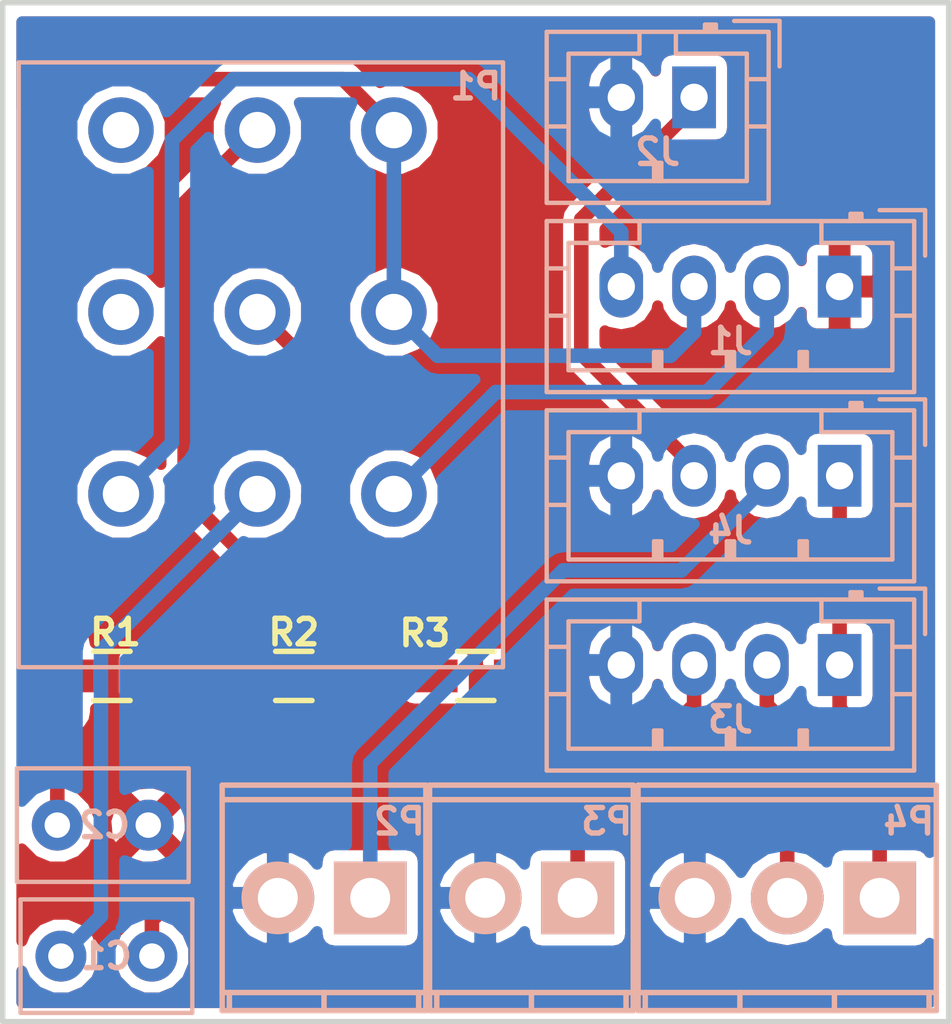
<source format=kicad_pcb>
(kicad_pcb (version 4) (host pcbnew 4.0.4-1.fc24-product)

  (general
    (links 24)
    (no_connects 0)
    (area 128.924999 80.924999 155.075001 109.075001)
    (thickness 1.6)
    (drawings 8)
    (tracks 64)
    (zones 0)
    (modules 13)
    (nets 17)
  )

  (page A4)
  (layers
    (0 F.Cu signal)
    (31 B.Cu signal)
    (32 B.Adhes user)
    (33 F.Adhes user)
    (34 B.Paste user)
    (35 F.Paste user)
    (36 B.SilkS user)
    (37 F.SilkS user)
    (38 B.Mask user)
    (39 F.Mask user)
    (40 Dwgs.User user)
    (41 Cmts.User user)
    (42 Eco1.User user)
    (43 Eco2.User user)
    (44 Edge.Cuts user)
    (45 Margin user)
    (46 B.CrtYd user)
    (47 F.CrtYd user)
    (48 B.Fab user)
    (49 F.Fab user)
  )

  (setup
    (last_trace_width 0.4)
    (trace_clearance 0.3)
    (zone_clearance 0.3)
    (zone_45_only no)
    (trace_min 0.3)
    (segment_width 0.2)
    (edge_width 0.15)
    (via_size 0.6)
    (via_drill 0.4)
    (via_min_size 0.4)
    (via_min_drill 0.3)
    (uvia_size 0.3)
    (uvia_drill 0.1)
    (uvias_allowed no)
    (uvia_min_size 0.2)
    (uvia_min_drill 0.1)
    (pcb_text_width 0.3)
    (pcb_text_size 1.5 1.5)
    (mod_edge_width 0.15)
    (mod_text_size 0.7 0.7)
    (mod_text_width 0.15)
    (pad_size 1.524 1.524)
    (pad_drill 0.762)
    (pad_to_mask_clearance 0.2)
    (aux_axis_origin 0 0)
    (visible_elements 7FFFFFFF)
    (pcbplotparams
      (layerselection 0x010fc_80000001)
      (usegerberextensions true)
      (usegerberattributes true)
      (excludeedgelayer true)
      (linewidth 0.100000)
      (plotframeref false)
      (viasonmask false)
      (mode 1)
      (useauxorigin false)
      (hpglpennumber 1)
      (hpglpenspeed 20)
      (hpglpendiameter 15)
      (hpglpenoverlay 2)
      (psnegative false)
      (psa4output false)
      (plotreference true)
      (plotvalue true)
      (plotinvisibletext false)
      (padsonsilk false)
      (subtractmaskfromsilk false)
      (outputformat 1)
      (mirror false)
      (drillshape 0)
      (scaleselection 1)
      (outputdirectory ../../GERBER/F0_MID/))
  )

  (net 0 "")
  (net 1 /VOL2)
  (net 2 "Net-(C1-Pad2)")
  (net 3 /Vref)
  (net 4 /MID_I)
  (net 5 /MID_O)
  (net 6 /F1_2)
  (net 7 /F2_2)
  (net 8 /SIG_O)
  (net 9 Earth)
  (net 10 /MM_BH)
  (net 11 /MM_BC)
  (net 12 /MM_NH)
  (net 13 /JZ_I)
  (net 14 "Net-(P1-Pad1)")
  (net 15 "Net-(P1-Pad4)")
  (net 16 /MID_R)

  (net_class Default "This is the default net class."
    (clearance 0.3)
    (trace_width 0.4)
    (via_dia 0.6)
    (via_drill 0.4)
    (uvia_dia 0.3)
    (uvia_drill 0.1)
    (add_net /F1_2)
    (add_net /F2_2)
    (add_net /JZ_I)
    (add_net /MID_I)
    (add_net /MID_O)
    (add_net /MID_R)
    (add_net /MM_BC)
    (add_net /MM_BH)
    (add_net /MM_NH)
    (add_net /SIG_O)
    (add_net /VOL2)
    (add_net /Vref)
    (add_net Earth)
    (add_net "Net-(C1-Pad2)")
    (add_net "Net-(P1-Pad1)")
    (add_net "Net-(P1-Pad4)")
  )

  (net_class PWR ""
    (clearance 0.3)
    (trace_width 0.6)
    (via_dia 0.6)
    (via_drill 0.4)
    (uvia_dia 0.3)
    (uvia_drill 0.1)
  )

  (module LIBS:Potentiometer_Alpha_Tripple_Vertical_Dual_Shaft (layer B.Cu) (tedit 5B062B28) (tstamp 5B0634DA)
    (at 132.25 84.5 90)
    (descr "Potentiometer, vertically mounted, Omeg PC16PU, Omeg PC16PU, Omeg PC16PU, Vishay/Spectrol 248GJ/249GJ Single, Vishay/Spectrol 248GJ/249GJ Single, Vishay/Spectrol 248GJ/249GJ Single, Vishay/Spectrol 248GH/249GH Single, Vishay/Spectrol 148/149 Single, Vishay/Spectrol 148/149 Single, Vishay/Spectrol 148/149 Single, Vishay/Spectrol 148A/149A Single with mounting plates, Vishay/Spectrol 148/149 Double, Vishay/Spectrol 148A/149A Double with mounting plates, Piher PC-16 Single, Piher PC-16 Single, Piher PC-16 Single, Piher PC-16SV Single, Piher PC-16 Double, Piher PC-16 Triple, Piher T16H Single, Piher T16L Single, Piher T16H Double, Alps RK163 Single, Alps RK163 Double, Alps RK097 Single, Alps RK097 Double, http://www.alps.com/prod/info/E/HTML/Potentiometer/RotaryPotentiometers/RK097/RK09712100AV.html")
    (tags "Potentiometer vertical  Omeg PC16PU  Omeg PC16PU  Omeg PC16PU  Vishay/Spectrol 248GJ/249GJ Single  Vishay/Spectrol 248GJ/249GJ Single  Vishay/Spectrol 248GJ/249GJ Single  Vishay/Spectrol 248GH/249GH Single  Vishay/Spectrol 148/149 Single  Vishay/Spectrol 148/149 Single  Vishay/Spectrol 148/149 Single  Vishay/Spectrol 148A/149A Single with mounting plates  Vishay/Spectrol 148/149 Double  Vishay/Spectrol 148A/149A Double with mounting plates  Piher PC-16 Single  Piher PC-16 Single  Piher PC-16 Single  Piher PC-16SV Single  Piher PC-16 Double  Piher PC-16 Triple  Piher T16H Single  Piher T16L Single  Piher T16H Double  Alps RK163 Single  Alps RK163 Double  Alps RK097 Single  Alps RK097 Double Dual Shaft")
    (path /5A669FB9)
    (fp_text reference P1 (at 1.2 9.75 180) (layer B.SilkS)
      (effects (font (size 0.7 0.7) (thickness 0.15)) (justify mirror))
    )
    (fp_text value CONN_01X09 (at 2.15 -3.9 90) (layer B.Fab) hide
      (effects (font (size 0.7 0.7) (thickness 0.15)) (justify mirror))
    )
    (fp_line (start -14.7 10.45) (end -14.7 -2.75) (layer B.Fab) (width 0.1))
    (fp_line (start -14.7 -2.75) (end 1.8 -2.75) (layer B.Fab) (width 0.1))
    (fp_line (start 1.8 -2.75) (end 1.8 10.45) (layer B.Fab) (width 0.1))
    (fp_line (start 1.8 10.45) (end -14.7 10.45) (layer B.Fab) (width 0.1))
    (fp_line (start -14.76 10.5) (end 1.86 10.5) (layer B.SilkS) (width 0.12))
    (fp_line (start -14.76 -2.81) (end 1.86 -2.81) (layer B.SilkS) (width 0.12))
    (fp_line (start -14.76 10.5) (end -14.76 -2.81) (layer B.SilkS) (width 0.12))
    (fp_line (start 1.86 10.5) (end 1.86 -2.81) (layer B.SilkS) (width 0.12))
    (fp_line (start -15.15 10.7) (end -15.15 -3) (layer B.CrtYd) (width 0.05))
    (fp_line (start -15.15 -3) (end 2.05 -3) (layer B.CrtYd) (width 0.05))
    (fp_line (start 2.05 -3) (end 2.05 10.7) (layer B.CrtYd) (width 0.05))
    (fp_line (start 2.05 10.7) (end -15.15 10.7) (layer B.CrtYd) (width 0.05))
    (pad 3 thru_hole circle (at 0 7.5 90) (size 1.8 1.8) (drill 1) (layers *.Cu *.Mask)
      (net 16 /MID_R))
    (pad 2 thru_hole circle (at 0 3.75 90) (size 1.8 1.8) (drill 1) (layers *.Cu *.Mask)
      (net 6 /F1_2))
    (pad 1 thru_hole circle (at 0 0 90) (size 1.8 1.8) (drill 1) (layers *.Cu *.Mask)
      (net 14 "Net-(P1-Pad1)"))
    (pad 6 thru_hole circle (at -5 7.5 90) (size 1.8 1.8) (drill 1) (layers *.Cu *.Mask)
      (net 16 /MID_R))
    (pad 5 thru_hole circle (at -5 3.75 90) (size 1.8 1.8) (drill 1) (layers *.Cu *.Mask)
      (net 7 /F2_2))
    (pad 4 thru_hole circle (at -5 0 90) (size 1.8 1.8) (drill 1) (layers *.Cu *.Mask)
      (net 15 "Net-(P1-Pad4)"))
    (pad 7 thru_hole circle (at -10 0 90) (size 1.8 1.8) (drill 1) (layers *.Cu *.Mask)
      (net 4 /MID_I))
    (pad 8 thru_hole circle (at -10 3.75 90) (size 1.8 1.8) (drill 1) (layers *.Cu *.Mask)
      (net 1 /VOL2))
    (pad 9 thru_hole circle (at -10 7.5 90) (size 1.8 1.8) (drill 1) (layers *.Cu *.Mask)
      (net 5 /MID_O))
    (model Potentiometers.3dshapes/Potentiometer_Alps_RK097_Double_Vertical.wrl
      (at (xyz 0 0 0))
      (scale (xyz 0.393701 0.393701 0.393701))
      (rotate (xyz 0 0 0))
    )
  )

  (module Capacitor_THT:C_Rect_L4.6mm_W3.0mm_P2.50mm_MKS02_FKP02 (layer B.Cu) (tedit 5B062A7E) (tstamp 5B062A68)
    (at 130.6 107.2)
    (descr "C, Rect series, Radial, pin pitch=2.50mm, length*width=4.6*3.0mm^2, Capacitor, http://www.wima.de/DE/WIMA_MKS_02.pdf")
    (tags "C Rect series Radial pin pitch 2.50mm  length 4.6mm width 3.0mm Capacitor")
    (path /5A4C54B9)
    (fp_text reference C1 (at 1.25 0) (layer B.SilkS)
      (effects (font (size 0.7 0.7) (thickness 0.15)) (justify mirror))
    )
    (fp_text value 22n (at 1.25 -2.81) (layer B.Fab) hide
      (effects (font (size 0.7 0.7) (thickness 0.15)) (justify mirror))
    )
    (fp_line (start -1.05 1.5) (end -1.05 -1.5) (layer B.Fab) (width 0.1))
    (fp_line (start -1.05 -1.5) (end 3.55 -1.5) (layer B.Fab) (width 0.1))
    (fp_line (start 3.55 -1.5) (end 3.55 1.5) (layer B.Fab) (width 0.1))
    (fp_line (start 3.55 1.5) (end -1.05 1.5) (layer B.Fab) (width 0.1))
    (fp_line (start -1.11 1.56) (end 3.61 1.56) (layer B.SilkS) (width 0.12))
    (fp_line (start -1.11 -1.56) (end 3.61 -1.56) (layer B.SilkS) (width 0.12))
    (fp_line (start -1.11 1.56) (end -1.11 -1.56) (layer B.SilkS) (width 0.12))
    (fp_line (start 3.61 1.56) (end 3.61 -1.56) (layer B.SilkS) (width 0.12))
    (fp_line (start -1.4 1.85) (end -1.4 -1.85) (layer B.CrtYd) (width 0.05))
    (fp_line (start -1.4 -1.85) (end 3.9 -1.85) (layer B.CrtYd) (width 0.05))
    (fp_line (start 3.9 -1.85) (end 3.9 1.85) (layer B.CrtYd) (width 0.05))
    (fp_line (start 3.9 1.85) (end -1.4 1.85) (layer B.CrtYd) (width 0.05))
    (fp_text user %R (at 1.25 0) (layer B.Fab) hide
      (effects (font (size 0.7 0.7) (thickness 0.15)) (justify mirror))
    )
    (pad 1 thru_hole circle (at 0 0) (size 1.4 1.4) (drill 0.7) (layers *.Cu *.Mask)
      (net 1 /VOL2))
    (pad 2 thru_hole circle (at 2.5 0) (size 1.4 1.4) (drill 0.7) (layers *.Cu *.Mask)
      (net 2 "Net-(C1-Pad2)"))
    (model ${KISYS3DMOD}/Capacitor_THT.3dshapes/C_Rect_L4.6mm_W3.0mm_P2.50mm_MKS02_FKP02.wrl
      (at (xyz 0 0 0))
      (scale (xyz 1 1 1))
      (rotate (xyz 0 0 0))
    )
  )

  (module Resistors_SMD:R_0603_HandSoldering (layer F.Cu) (tedit 5A682439) (tstamp 5A6821D4)
    (at 132 99.5 180)
    (descr "Resistor SMD 0603, hand soldering")
    (tags "resistor 0603")
    (path /5A88CD87)
    (attr smd)
    (fp_text reference R1 (at -0.1 1.2 180) (layer F.SilkS)
      (effects (font (size 0.7 0.7) (thickness 0.15)))
    )
    (fp_text value 200k (at 0 1.9 180) (layer F.Fab) hide
      (effects (font (size 0.7 0.7) (thickness 0.15)))
    )
    (fp_line (start -2 -0.8) (end 2 -0.8) (layer F.CrtYd) (width 0.05))
    (fp_line (start -2 0.8) (end 2 0.8) (layer F.CrtYd) (width 0.05))
    (fp_line (start -2 -0.8) (end -2 0.8) (layer F.CrtYd) (width 0.05))
    (fp_line (start 2 -0.8) (end 2 0.8) (layer F.CrtYd) (width 0.05))
    (fp_line (start 0.5 0.675) (end -0.5 0.675) (layer F.SilkS) (width 0.15))
    (fp_line (start -0.5 -0.675) (end 0.5 -0.675) (layer F.SilkS) (width 0.15))
    (pad 1 smd rect (at -1.1 0 180) (size 1.2 0.9) (layers F.Cu F.Paste F.Mask)
      (net 2 "Net-(C1-Pad2)"))
    (pad 2 smd rect (at 1.1 0 180) (size 1.2 0.9) (layers F.Cu F.Paste F.Mask)
      (net 16 /MID_R))
    (model Resistors_SMD.3dshapes/R_0603_HandSoldering.wrl
      (at (xyz 0 0 0))
      (scale (xyz 1 1 1))
      (rotate (xyz 0 0 0))
    )
  )

  (module Resistors_SMD:R_0603_HandSoldering (layer F.Cu) (tedit 5A68242B) (tstamp 5A6821DA)
    (at 137 99.5)
    (descr "Resistor SMD 0603, hand soldering")
    (tags "resistor 0603")
    (path /5A4C5562)
    (attr smd)
    (fp_text reference R2 (at 0 -1.2) (layer F.SilkS)
      (effects (font (size 0.7 0.7) (thickness 0.15)))
    )
    (fp_text value 10k (at 0 1.9) (layer F.Fab) hide
      (effects (font (size 0.7 0.7) (thickness 0.15)))
    )
    (fp_line (start -2 -0.8) (end 2 -0.8) (layer F.CrtYd) (width 0.05))
    (fp_line (start -2 0.8) (end 2 0.8) (layer F.CrtYd) (width 0.05))
    (fp_line (start -2 -0.8) (end -2 0.8) (layer F.CrtYd) (width 0.05))
    (fp_line (start 2 -0.8) (end 2 0.8) (layer F.CrtYd) (width 0.05))
    (fp_line (start 0.5 0.675) (end -0.5 0.675) (layer F.SilkS) (width 0.15))
    (fp_line (start -0.5 -0.675) (end 0.5 -0.675) (layer F.SilkS) (width 0.15))
    (pad 1 smd rect (at -1.1 0) (size 1.2 0.9) (layers F.Cu F.Paste F.Mask)
      (net 2 "Net-(C1-Pad2)"))
    (pad 2 smd rect (at 1.1 0) (size 1.2 0.9) (layers F.Cu F.Paste F.Mask)
      (net 6 /F1_2))
    (model Resistors_SMD.3dshapes/R_0603_HandSoldering.wrl
      (at (xyz 0 0 0))
      (scale (xyz 1 1 1))
      (rotate (xyz 0 0 0))
    )
  )

  (module Resistors_SMD:R_0603_HandSoldering (layer F.Cu) (tedit 5A88D009) (tstamp 5A88CF8C)
    (at 142 99.5)
    (descr "Resistor SMD 0603, hand soldering")
    (tags "resistor 0603")
    (path /5A4C5B1B)
    (attr smd)
    (fp_text reference R3 (at -1.4 -1.175001) (layer F.SilkS)
      (effects (font (size 0.7 0.7) (thickness 0.15)))
    )
    (fp_text value 10k (at 0 1.9) (layer F.Fab) hide
      (effects (font (size 0.7 0.7) (thickness 0.15)))
    )
    (fp_line (start -2 -0.8) (end 2 -0.8) (layer F.CrtYd) (width 0.05))
    (fp_line (start -2 0.8) (end 2 0.8) (layer F.CrtYd) (width 0.05))
    (fp_line (start -2 -0.8) (end -2 0.8) (layer F.CrtYd) (width 0.05))
    (fp_line (start 2 -0.8) (end 2 0.8) (layer F.CrtYd) (width 0.05))
    (fp_line (start 0.5 0.675) (end -0.5 0.675) (layer F.SilkS) (width 0.15))
    (fp_line (start -0.5 -0.675) (end 0.5 -0.675) (layer F.SilkS) (width 0.15))
    (pad 1 smd rect (at -1.1 0) (size 1.2 0.9) (layers F.Cu F.Paste F.Mask)
      (net 7 /F2_2))
    (pad 2 smd rect (at 1.1 0) (size 1.2 0.9) (layers F.Cu F.Paste F.Mask)
      (net 3 /Vref))
    (model Resistors_SMD.3dshapes/R_0603_HandSoldering.wrl
      (at (xyz 0 0 0))
      (scale (xyz 1 1 1))
      (rotate (xyz 0 0 0))
    )
  )

  (module Capacitor_THT:C_Rect_L4.6mm_W3.0mm_P2.50mm_MKS02_FKP02 (layer B.Cu) (tedit 5B062A81) (tstamp 5B062A6E)
    (at 130.5 103.6)
    (descr "C, Rect series, Radial, pin pitch=2.50mm, length*width=4.6*3.0mm^2, Capacitor, http://www.wima.de/DE/WIMA_MKS_02.pdf")
    (tags "C Rect series Radial pin pitch 2.50mm  length 4.6mm width 3.0mm Capacitor")
    (path /5A4C5BAB)
    (fp_text reference C2 (at 1.3 0) (layer B.SilkS)
      (effects (font (size 0.7 0.7) (thickness 0.15)) (justify mirror))
    )
    (fp_text value 10n (at 1.25 -2.81) (layer B.Fab) hide
      (effects (font (size 0.7 0.7) (thickness 0.15)) (justify mirror))
    )
    (fp_line (start -1.05 1.5) (end -1.05 -1.5) (layer B.Fab) (width 0.1))
    (fp_line (start -1.05 -1.5) (end 3.55 -1.5) (layer B.Fab) (width 0.1))
    (fp_line (start 3.55 -1.5) (end 3.55 1.5) (layer B.Fab) (width 0.1))
    (fp_line (start 3.55 1.5) (end -1.05 1.5) (layer B.Fab) (width 0.1))
    (fp_line (start -1.11 1.56) (end 3.61 1.56) (layer B.SilkS) (width 0.12))
    (fp_line (start -1.11 -1.56) (end 3.61 -1.56) (layer B.SilkS) (width 0.12))
    (fp_line (start -1.11 1.56) (end -1.11 -1.56) (layer B.SilkS) (width 0.12))
    (fp_line (start 3.61 1.56) (end 3.61 -1.56) (layer B.SilkS) (width 0.12))
    (fp_line (start -1.4 1.85) (end -1.4 -1.85) (layer B.CrtYd) (width 0.05))
    (fp_line (start -1.4 -1.85) (end 3.9 -1.85) (layer B.CrtYd) (width 0.05))
    (fp_line (start 3.9 -1.85) (end 3.9 1.85) (layer B.CrtYd) (width 0.05))
    (fp_line (start 3.9 1.85) (end -1.4 1.85) (layer B.CrtYd) (width 0.05))
    (fp_text user %R (at 1.25 0) (layer B.Fab) hide
      (effects (font (size 0.7 0.7) (thickness 0.15)) (justify mirror))
    )
    (pad 1 thru_hole circle (at 0 0) (size 1.4 1.4) (drill 0.7) (layers *.Cu *.Mask)
      (net 16 /MID_R))
    (pad 2 thru_hole circle (at 2.5 0) (size 1.4 1.4) (drill 0.7) (layers *.Cu *.Mask)
      (net 3 /Vref))
    (model ${KISYS3DMOD}/Capacitor_THT.3dshapes/C_Rect_L4.6mm_W3.0mm_P2.50mm_MKS02_FKP02.wrl
      (at (xyz 0 0 0))
      (scale (xyz 1 1 1))
      (rotate (xyz 0 0 0))
    )
  )

  (module Connectors_JST:JST_PH_B4B-PH-K_04x2.00mm_Straight (layer B.Cu) (tedit 5B062A5E) (tstamp 5B062A76)
    (at 152 88.8 180)
    (descr "JST PH series connector, B4B-PH-K, top entry type, through hole, Datasheet: http://www.jst-mfg.com/product/pdf/eng/ePH.pdf")
    (tags "connector jst ph")
    (path /5B03DCA0)
    (fp_text reference J1 (at 3 -1.5 180) (layer B.SilkS)
      (effects (font (size 0.7 0.7) (thickness 0.15)) (justify mirror))
    )
    (fp_text value Conn_01x04_Male (at 3 -3.8 180) (layer B.Fab) hide
      (effects (font (size 0.7 0.7) (thickness 0.15)) (justify mirror))
    )
    (fp_line (start -2.05 1.8) (end -2.05 -2.9) (layer B.SilkS) (width 0.12))
    (fp_line (start -2.05 -2.9) (end 8.05 -2.9) (layer B.SilkS) (width 0.12))
    (fp_line (start 8.05 -2.9) (end 8.05 1.8) (layer B.SilkS) (width 0.12))
    (fp_line (start 8.05 1.8) (end -2.05 1.8) (layer B.SilkS) (width 0.12))
    (fp_line (start 0.5 1.8) (end 0.5 1.2) (layer B.SilkS) (width 0.12))
    (fp_line (start 0.5 1.2) (end -1.45 1.2) (layer B.SilkS) (width 0.12))
    (fp_line (start -1.45 1.2) (end -1.45 -2.3) (layer B.SilkS) (width 0.12))
    (fp_line (start -1.45 -2.3) (end 7.45 -2.3) (layer B.SilkS) (width 0.12))
    (fp_line (start 7.45 -2.3) (end 7.45 1.2) (layer B.SilkS) (width 0.12))
    (fp_line (start 7.45 1.2) (end 5.5 1.2) (layer B.SilkS) (width 0.12))
    (fp_line (start 5.5 1.2) (end 5.5 1.8) (layer B.SilkS) (width 0.12))
    (fp_line (start -2.05 0.5) (end -1.45 0.5) (layer B.SilkS) (width 0.12))
    (fp_line (start -2.05 -0.8) (end -1.45 -0.8) (layer B.SilkS) (width 0.12))
    (fp_line (start 8.05 0.5) (end 7.45 0.5) (layer B.SilkS) (width 0.12))
    (fp_line (start 8.05 -0.8) (end 7.45 -0.8) (layer B.SilkS) (width 0.12))
    (fp_line (start -0.3 1.8) (end -0.3 2) (layer B.SilkS) (width 0.12))
    (fp_line (start -0.3 2) (end -0.6 2) (layer B.SilkS) (width 0.12))
    (fp_line (start -0.6 2) (end -0.6 1.8) (layer B.SilkS) (width 0.12))
    (fp_line (start -0.3 1.9) (end -0.6 1.9) (layer B.SilkS) (width 0.12))
    (fp_line (start 0.9 -2.3) (end 0.9 -1.8) (layer B.SilkS) (width 0.12))
    (fp_line (start 0.9 -1.8) (end 1.1 -1.8) (layer B.SilkS) (width 0.12))
    (fp_line (start 1.1 -1.8) (end 1.1 -2.3) (layer B.SilkS) (width 0.12))
    (fp_line (start 1 -2.3) (end 1 -1.8) (layer B.SilkS) (width 0.12))
    (fp_line (start 2.9 -2.3) (end 2.9 -1.8) (layer B.SilkS) (width 0.12))
    (fp_line (start 2.9 -1.8) (end 3.1 -1.8) (layer B.SilkS) (width 0.12))
    (fp_line (start 3.1 -1.8) (end 3.1 -2.3) (layer B.SilkS) (width 0.12))
    (fp_line (start 3 -2.3) (end 3 -1.8) (layer B.SilkS) (width 0.12))
    (fp_line (start 4.9 -2.3) (end 4.9 -1.8) (layer B.SilkS) (width 0.12))
    (fp_line (start 4.9 -1.8) (end 5.1 -1.8) (layer B.SilkS) (width 0.12))
    (fp_line (start 5.1 -1.8) (end 5.1 -2.3) (layer B.SilkS) (width 0.12))
    (fp_line (start 5 -2.3) (end 5 -1.8) (layer B.SilkS) (width 0.12))
    (fp_line (start -1.1 2.1) (end -2.35 2.1) (layer B.SilkS) (width 0.12))
    (fp_line (start -2.35 2.1) (end -2.35 0.85) (layer B.SilkS) (width 0.12))
    (fp_line (start -1.1 2.1) (end -2.35 2.1) (layer B.Fab) (width 0.1))
    (fp_line (start -2.35 2.1) (end -2.35 0.85) (layer B.Fab) (width 0.1))
    (fp_line (start -1.95 1.7) (end -1.95 -2.8) (layer B.Fab) (width 0.1))
    (fp_line (start -1.95 -2.8) (end 7.95 -2.8) (layer B.Fab) (width 0.1))
    (fp_line (start 7.95 -2.8) (end 7.95 1.7) (layer B.Fab) (width 0.1))
    (fp_line (start 7.95 1.7) (end -1.95 1.7) (layer B.Fab) (width 0.1))
    (fp_line (start -2.45 2.2) (end -2.45 -3.3) (layer B.CrtYd) (width 0.05))
    (fp_line (start -2.45 -3.3) (end 8.45 -3.3) (layer B.CrtYd) (width 0.05))
    (fp_line (start 8.45 -3.3) (end 8.45 2.2) (layer B.CrtYd) (width 0.05))
    (fp_line (start 8.45 2.2) (end -2.45 2.2) (layer B.CrtYd) (width 0.05))
    (fp_text user %R (at 3 -1.5 180) (layer B.Fab) hide
      (effects (font (size 0.7 0.7) (thickness 0.15)) (justify mirror))
    )
    (pad 1 thru_hole rect (at 0 0 180) (size 1.2 1.7) (drill 0.75) (layers *.Cu *.Mask)
      (net 3 /Vref))
    (pad 2 thru_hole oval (at 2 0 180) (size 1.2 1.7) (drill 0.75) (layers *.Cu *.Mask)
      (net 5 /MID_O))
    (pad 3 thru_hole oval (at 4 0 180) (size 1.2 1.7) (drill 0.75) (layers *.Cu *.Mask)
      (net 16 /MID_R))
    (pad 4 thru_hole oval (at 6 0 180) (size 1.2 1.7) (drill 0.75) (layers *.Cu *.Mask)
      (net 4 /MID_I))
    (model ${KISYS3DMOD}/Connectors_JST.3dshapes/JST_PH_B4B-PH-K_04x2.00mm_Straight.wrl
      (at (xyz 0 0 0))
      (scale (xyz 1 1 1))
      (rotate (xyz 0 0 0))
    )
  )

  (module Connectors_JST:JST_PH_B2B-PH-K_02x2.00mm_Straight (layer B.Cu) (tedit 5B062A76) (tstamp 5B062A7C)
    (at 148 83.6 180)
    (descr "JST PH series connector, B2B-PH-K, top entry type, through hole, Datasheet: http://www.jst-mfg.com/product/pdf/eng/ePH.pdf")
    (tags "connector jst ph")
    (path /5B03DF38)
    (fp_text reference J2 (at 1 -1.5 180) (layer B.SilkS)
      (effects (font (size 0.7 0.7) (thickness 0.15)) (justify mirror))
    )
    (fp_text value Conn_01x02_Male (at 1 -3.8 180) (layer B.Fab) hide
      (effects (font (size 0.7 0.7) (thickness 0.15)) (justify mirror))
    )
    (fp_line (start -2.05 1.8) (end -2.05 -2.9) (layer B.SilkS) (width 0.12))
    (fp_line (start -2.05 -2.9) (end 4.05 -2.9) (layer B.SilkS) (width 0.12))
    (fp_line (start 4.05 -2.9) (end 4.05 1.8) (layer B.SilkS) (width 0.12))
    (fp_line (start 4.05 1.8) (end -2.05 1.8) (layer B.SilkS) (width 0.12))
    (fp_line (start 0.5 1.8) (end 0.5 1.2) (layer B.SilkS) (width 0.12))
    (fp_line (start 0.5 1.2) (end -1.45 1.2) (layer B.SilkS) (width 0.12))
    (fp_line (start -1.45 1.2) (end -1.45 -2.3) (layer B.SilkS) (width 0.12))
    (fp_line (start -1.45 -2.3) (end 3.45 -2.3) (layer B.SilkS) (width 0.12))
    (fp_line (start 3.45 -2.3) (end 3.45 1.2) (layer B.SilkS) (width 0.12))
    (fp_line (start 3.45 1.2) (end 1.5 1.2) (layer B.SilkS) (width 0.12))
    (fp_line (start 1.5 1.2) (end 1.5 1.8) (layer B.SilkS) (width 0.12))
    (fp_line (start -2.05 0.5) (end -1.45 0.5) (layer B.SilkS) (width 0.12))
    (fp_line (start -2.05 -0.8) (end -1.45 -0.8) (layer B.SilkS) (width 0.12))
    (fp_line (start 4.05 0.5) (end 3.45 0.5) (layer B.SilkS) (width 0.12))
    (fp_line (start 4.05 -0.8) (end 3.45 -0.8) (layer B.SilkS) (width 0.12))
    (fp_line (start -0.3 1.8) (end -0.3 2) (layer B.SilkS) (width 0.12))
    (fp_line (start -0.3 2) (end -0.6 2) (layer B.SilkS) (width 0.12))
    (fp_line (start -0.6 2) (end -0.6 1.8) (layer B.SilkS) (width 0.12))
    (fp_line (start -0.3 1.9) (end -0.6 1.9) (layer B.SilkS) (width 0.12))
    (fp_line (start 0.9 -2.3) (end 0.9 -1.8) (layer B.SilkS) (width 0.12))
    (fp_line (start 0.9 -1.8) (end 1.1 -1.8) (layer B.SilkS) (width 0.12))
    (fp_line (start 1.1 -1.8) (end 1.1 -2.3) (layer B.SilkS) (width 0.12))
    (fp_line (start 1 -2.3) (end 1 -1.8) (layer B.SilkS) (width 0.12))
    (fp_line (start -1.1 2.1) (end -2.35 2.1) (layer B.SilkS) (width 0.12))
    (fp_line (start -2.35 2.1) (end -2.35 0.85) (layer B.SilkS) (width 0.12))
    (fp_line (start -1.1 2.1) (end -2.35 2.1) (layer B.Fab) (width 0.1))
    (fp_line (start -2.35 2.1) (end -2.35 0.85) (layer B.Fab) (width 0.1))
    (fp_line (start -1.95 1.7) (end -1.95 -2.8) (layer B.Fab) (width 0.1))
    (fp_line (start -1.95 -2.8) (end 3.95 -2.8) (layer B.Fab) (width 0.1))
    (fp_line (start 3.95 -2.8) (end 3.95 1.7) (layer B.Fab) (width 0.1))
    (fp_line (start 3.95 1.7) (end -1.95 1.7) (layer B.Fab) (width 0.1))
    (fp_line (start -2.45 2.2) (end -2.45 -3.3) (layer B.CrtYd) (width 0.05))
    (fp_line (start -2.45 -3.3) (end 4.45 -3.3) (layer B.CrtYd) (width 0.05))
    (fp_line (start 4.45 -3.3) (end 4.45 2.2) (layer B.CrtYd) (width 0.05))
    (fp_line (start 4.45 2.2) (end -2.45 2.2) (layer B.CrtYd) (width 0.05))
    (fp_text user %R (at 1 -1.5 180) (layer B.Fab) hide
      (effects (font (size 0.7 0.7) (thickness 0.15)) (justify mirror))
    )
    (pad 1 thru_hole rect (at 0 0 180) (size 1.2 1.7) (drill 0.75) (layers *.Cu *.Mask)
      (net 8 /SIG_O))
    (pad 2 thru_hole oval (at 2 0 180) (size 1.2 1.7) (drill 0.75) (layers *.Cu *.Mask)
      (net 9 Earth))
    (model ${KISYS3DMOD}/Connectors_JST.3dshapes/JST_PH_B2B-PH-K_02x2.00mm_Straight.wrl
      (at (xyz 0 0 0))
      (scale (xyz 1 1 1))
      (rotate (xyz 0 0 0))
    )
  )

  (module Connectors_JST:JST_PH_B4B-PH-K_04x2.00mm_Straight (layer B.Cu) (tedit 5B062A63) (tstamp 5B062A84)
    (at 152 99.2 180)
    (descr "JST PH series connector, B4B-PH-K, top entry type, through hole, Datasheet: http://www.jst-mfg.com/product/pdf/eng/ePH.pdf")
    (tags "connector jst ph")
    (path /5B03DCFD)
    (fp_text reference J3 (at 3 -1.5 180) (layer B.SilkS)
      (effects (font (size 0.7 0.7) (thickness 0.15)) (justify mirror))
    )
    (fp_text value Conn_01x04_Male (at 3 -3.8 180) (layer B.Fab) hide
      (effects (font (size 0.7 0.7) (thickness 0.15)) (justify mirror))
    )
    (fp_line (start -2.05 1.8) (end -2.05 -2.9) (layer B.SilkS) (width 0.12))
    (fp_line (start -2.05 -2.9) (end 8.05 -2.9) (layer B.SilkS) (width 0.12))
    (fp_line (start 8.05 -2.9) (end 8.05 1.8) (layer B.SilkS) (width 0.12))
    (fp_line (start 8.05 1.8) (end -2.05 1.8) (layer B.SilkS) (width 0.12))
    (fp_line (start 0.5 1.8) (end 0.5 1.2) (layer B.SilkS) (width 0.12))
    (fp_line (start 0.5 1.2) (end -1.45 1.2) (layer B.SilkS) (width 0.12))
    (fp_line (start -1.45 1.2) (end -1.45 -2.3) (layer B.SilkS) (width 0.12))
    (fp_line (start -1.45 -2.3) (end 7.45 -2.3) (layer B.SilkS) (width 0.12))
    (fp_line (start 7.45 -2.3) (end 7.45 1.2) (layer B.SilkS) (width 0.12))
    (fp_line (start 7.45 1.2) (end 5.5 1.2) (layer B.SilkS) (width 0.12))
    (fp_line (start 5.5 1.2) (end 5.5 1.8) (layer B.SilkS) (width 0.12))
    (fp_line (start -2.05 0.5) (end -1.45 0.5) (layer B.SilkS) (width 0.12))
    (fp_line (start -2.05 -0.8) (end -1.45 -0.8) (layer B.SilkS) (width 0.12))
    (fp_line (start 8.05 0.5) (end 7.45 0.5) (layer B.SilkS) (width 0.12))
    (fp_line (start 8.05 -0.8) (end 7.45 -0.8) (layer B.SilkS) (width 0.12))
    (fp_line (start -0.3 1.8) (end -0.3 2) (layer B.SilkS) (width 0.12))
    (fp_line (start -0.3 2) (end -0.6 2) (layer B.SilkS) (width 0.12))
    (fp_line (start -0.6 2) (end -0.6 1.8) (layer B.SilkS) (width 0.12))
    (fp_line (start -0.3 1.9) (end -0.6 1.9) (layer B.SilkS) (width 0.12))
    (fp_line (start 0.9 -2.3) (end 0.9 -1.8) (layer B.SilkS) (width 0.12))
    (fp_line (start 0.9 -1.8) (end 1.1 -1.8) (layer B.SilkS) (width 0.12))
    (fp_line (start 1.1 -1.8) (end 1.1 -2.3) (layer B.SilkS) (width 0.12))
    (fp_line (start 1 -2.3) (end 1 -1.8) (layer B.SilkS) (width 0.12))
    (fp_line (start 2.9 -2.3) (end 2.9 -1.8) (layer B.SilkS) (width 0.12))
    (fp_line (start 2.9 -1.8) (end 3.1 -1.8) (layer B.SilkS) (width 0.12))
    (fp_line (start 3.1 -1.8) (end 3.1 -2.3) (layer B.SilkS) (width 0.12))
    (fp_line (start 3 -2.3) (end 3 -1.8) (layer B.SilkS) (width 0.12))
    (fp_line (start 4.9 -2.3) (end 4.9 -1.8) (layer B.SilkS) (width 0.12))
    (fp_line (start 4.9 -1.8) (end 5.1 -1.8) (layer B.SilkS) (width 0.12))
    (fp_line (start 5.1 -1.8) (end 5.1 -2.3) (layer B.SilkS) (width 0.12))
    (fp_line (start 5 -2.3) (end 5 -1.8) (layer B.SilkS) (width 0.12))
    (fp_line (start -1.1 2.1) (end -2.35 2.1) (layer B.SilkS) (width 0.12))
    (fp_line (start -2.35 2.1) (end -2.35 0.85) (layer B.SilkS) (width 0.12))
    (fp_line (start -1.1 2.1) (end -2.35 2.1) (layer B.Fab) (width 0.1))
    (fp_line (start -2.35 2.1) (end -2.35 0.85) (layer B.Fab) (width 0.1))
    (fp_line (start -1.95 1.7) (end -1.95 -2.8) (layer B.Fab) (width 0.1))
    (fp_line (start -1.95 -2.8) (end 7.95 -2.8) (layer B.Fab) (width 0.1))
    (fp_line (start 7.95 -2.8) (end 7.95 1.7) (layer B.Fab) (width 0.1))
    (fp_line (start 7.95 1.7) (end -1.95 1.7) (layer B.Fab) (width 0.1))
    (fp_line (start -2.45 2.2) (end -2.45 -3.3) (layer B.CrtYd) (width 0.05))
    (fp_line (start -2.45 -3.3) (end 8.45 -3.3) (layer B.CrtYd) (width 0.05))
    (fp_line (start 8.45 -3.3) (end 8.45 2.2) (layer B.CrtYd) (width 0.05))
    (fp_line (start 8.45 2.2) (end -2.45 2.2) (layer B.CrtYd) (width 0.05))
    (fp_text user %R (at 3 -1.5 180) (layer B.Fab) hide
      (effects (font (size 0.7 0.7) (thickness 0.15)) (justify mirror))
    )
    (pad 1 thru_hole rect (at 0 0 180) (size 1.2 1.7) (drill 0.75) (layers *.Cu *.Mask)
      (net 10 /MM_BH))
    (pad 2 thru_hole oval (at 2 0 180) (size 1.2 1.7) (drill 0.75) (layers *.Cu *.Mask)
      (net 11 /MM_BC))
    (pad 3 thru_hole oval (at 4 0 180) (size 1.2 1.7) (drill 0.75) (layers *.Cu *.Mask)
      (net 12 /MM_NH))
    (pad 4 thru_hole oval (at 6 0 180) (size 1.2 1.7) (drill 0.75) (layers *.Cu *.Mask)
      (net 9 Earth))
    (model ${KISYS3DMOD}/Connectors_JST.3dshapes/JST_PH_B4B-PH-K_04x2.00mm_Straight.wrl
      (at (xyz 0 0 0))
      (scale (xyz 1 1 1))
      (rotate (xyz 0 0 0))
    )
  )

  (module Connectors_JST:JST_PH_B4B-PH-K_04x2.00mm_Straight (layer B.Cu) (tedit 5B062A6F) (tstamp 5B062A8C)
    (at 152 94 180)
    (descr "JST PH series connector, B4B-PH-K, top entry type, through hole, Datasheet: http://www.jst-mfg.com/product/pdf/eng/ePH.pdf")
    (tags "connector jst ph")
    (path /5B03DD3B)
    (fp_text reference J4 (at 3 -1.5 180) (layer B.SilkS)
      (effects (font (size 0.7 0.7) (thickness 0.15)) (justify mirror))
    )
    (fp_text value Conn_01x04_Male (at 3 -3.8 180) (layer B.Fab) hide
      (effects (font (size 0.7 0.7) (thickness 0.15)) (justify mirror))
    )
    (fp_line (start -2.05 1.8) (end -2.05 -2.9) (layer B.SilkS) (width 0.12))
    (fp_line (start -2.05 -2.9) (end 8.05 -2.9) (layer B.SilkS) (width 0.12))
    (fp_line (start 8.05 -2.9) (end 8.05 1.8) (layer B.SilkS) (width 0.12))
    (fp_line (start 8.05 1.8) (end -2.05 1.8) (layer B.SilkS) (width 0.12))
    (fp_line (start 0.5 1.8) (end 0.5 1.2) (layer B.SilkS) (width 0.12))
    (fp_line (start 0.5 1.2) (end -1.45 1.2) (layer B.SilkS) (width 0.12))
    (fp_line (start -1.45 1.2) (end -1.45 -2.3) (layer B.SilkS) (width 0.12))
    (fp_line (start -1.45 -2.3) (end 7.45 -2.3) (layer B.SilkS) (width 0.12))
    (fp_line (start 7.45 -2.3) (end 7.45 1.2) (layer B.SilkS) (width 0.12))
    (fp_line (start 7.45 1.2) (end 5.5 1.2) (layer B.SilkS) (width 0.12))
    (fp_line (start 5.5 1.2) (end 5.5 1.8) (layer B.SilkS) (width 0.12))
    (fp_line (start -2.05 0.5) (end -1.45 0.5) (layer B.SilkS) (width 0.12))
    (fp_line (start -2.05 -0.8) (end -1.45 -0.8) (layer B.SilkS) (width 0.12))
    (fp_line (start 8.05 0.5) (end 7.45 0.5) (layer B.SilkS) (width 0.12))
    (fp_line (start 8.05 -0.8) (end 7.45 -0.8) (layer B.SilkS) (width 0.12))
    (fp_line (start -0.3 1.8) (end -0.3 2) (layer B.SilkS) (width 0.12))
    (fp_line (start -0.3 2) (end -0.6 2) (layer B.SilkS) (width 0.12))
    (fp_line (start -0.6 2) (end -0.6 1.8) (layer B.SilkS) (width 0.12))
    (fp_line (start -0.3 1.9) (end -0.6 1.9) (layer B.SilkS) (width 0.12))
    (fp_line (start 0.9 -2.3) (end 0.9 -1.8) (layer B.SilkS) (width 0.12))
    (fp_line (start 0.9 -1.8) (end 1.1 -1.8) (layer B.SilkS) (width 0.12))
    (fp_line (start 1.1 -1.8) (end 1.1 -2.3) (layer B.SilkS) (width 0.12))
    (fp_line (start 1 -2.3) (end 1 -1.8) (layer B.SilkS) (width 0.12))
    (fp_line (start 2.9 -2.3) (end 2.9 -1.8) (layer B.SilkS) (width 0.12))
    (fp_line (start 2.9 -1.8) (end 3.1 -1.8) (layer B.SilkS) (width 0.12))
    (fp_line (start 3.1 -1.8) (end 3.1 -2.3) (layer B.SilkS) (width 0.12))
    (fp_line (start 3 -2.3) (end 3 -1.8) (layer B.SilkS) (width 0.12))
    (fp_line (start 4.9 -2.3) (end 4.9 -1.8) (layer B.SilkS) (width 0.12))
    (fp_line (start 4.9 -1.8) (end 5.1 -1.8) (layer B.SilkS) (width 0.12))
    (fp_line (start 5.1 -1.8) (end 5.1 -2.3) (layer B.SilkS) (width 0.12))
    (fp_line (start 5 -2.3) (end 5 -1.8) (layer B.SilkS) (width 0.12))
    (fp_line (start -1.1 2.1) (end -2.35 2.1) (layer B.SilkS) (width 0.12))
    (fp_line (start -2.35 2.1) (end -2.35 0.85) (layer B.SilkS) (width 0.12))
    (fp_line (start -1.1 2.1) (end -2.35 2.1) (layer B.Fab) (width 0.1))
    (fp_line (start -2.35 2.1) (end -2.35 0.85) (layer B.Fab) (width 0.1))
    (fp_line (start -1.95 1.7) (end -1.95 -2.8) (layer B.Fab) (width 0.1))
    (fp_line (start -1.95 -2.8) (end 7.95 -2.8) (layer B.Fab) (width 0.1))
    (fp_line (start 7.95 -2.8) (end 7.95 1.7) (layer B.Fab) (width 0.1))
    (fp_line (start 7.95 1.7) (end -1.95 1.7) (layer B.Fab) (width 0.1))
    (fp_line (start -2.45 2.2) (end -2.45 -3.3) (layer B.CrtYd) (width 0.05))
    (fp_line (start -2.45 -3.3) (end 8.45 -3.3) (layer B.CrtYd) (width 0.05))
    (fp_line (start 8.45 -3.3) (end 8.45 2.2) (layer B.CrtYd) (width 0.05))
    (fp_line (start 8.45 2.2) (end -2.45 2.2) (layer B.CrtYd) (width 0.05))
    (fp_text user %R (at 3 -1.5 180) (layer B.Fab) hide
      (effects (font (size 0.7 0.7) (thickness 0.15)) (justify mirror))
    )
    (pad 1 thru_hole rect (at 0 0 180) (size 1.2 1.7) (drill 0.75) (layers *.Cu *.Mask)
      (net 10 /MM_BH))
    (pad 2 thru_hole oval (at 2 0 180) (size 1.2 1.7) (drill 0.75) (layers *.Cu *.Mask)
      (net 13 /JZ_I))
    (pad 3 thru_hole oval (at 4 0 180) (size 1.2 1.7) (drill 0.75) (layers *.Cu *.Mask)
      (net 8 /SIG_O))
    (pad 4 thru_hole oval (at 6 0 180) (size 1.2 1.7) (drill 0.75) (layers *.Cu *.Mask)
      (net 9 Earth))
    (model ${KISYS3DMOD}/Connectors_JST.3dshapes/JST_PH_B4B-PH-K_04x2.00mm_Straight.wrl
      (at (xyz 0 0 0))
      (scale (xyz 1 1 1))
      (rotate (xyz 0 0 0))
    )
  )

  (module Terminal_Blocks:TerminalBlock_Pheonix_MPT-2.54mm_2pol (layer B.Cu) (tedit 5B062A67) (tstamp 5B062A92)
    (at 144.8 105.6 180)
    (descr "2-way 2.54mm pitch terminal block, Phoenix MPT series")
    (path /5B04DC31)
    (fp_text reference P3 (at -0.8 2.1 180) (layer B.SilkS)
      (effects (font (size 0.7 0.7) (thickness 0.15)) (justify mirror))
    )
    (fp_text value CONN_01X02 (at 1.27 -4.50088 180) (layer B.Fab) hide
      (effects (font (size 0.7 0.7) (thickness 0.15)) (justify mirror))
    )
    (fp_line (start -1.7 3.3) (end 4.3 3.3) (layer B.CrtYd) (width 0.05))
    (fp_line (start -1.7 -3.3) (end -1.7 3.3) (layer B.CrtYd) (width 0.05))
    (fp_line (start 4.3 -3.3) (end -1.7 -3.3) (layer B.CrtYd) (width 0.05))
    (fp_line (start 4.3 3.3) (end 4.3 -3.3) (layer B.CrtYd) (width 0.05))
    (fp_line (start 4.06908 -2.60096) (end -1.52908 -2.60096) (layer B.SilkS) (width 0.15))
    (fp_line (start -1.33096 -3.0988) (end -1.33096 -2.60096) (layer B.SilkS) (width 0.15))
    (fp_line (start 3.87096 -2.60096) (end 3.87096 -3.0988) (layer B.SilkS) (width 0.15))
    (fp_line (start 1.27 -3.0988) (end 1.27 -2.60096) (layer B.SilkS) (width 0.15))
    (fp_line (start -1.52908 2.70002) (end 4.06908 2.70002) (layer B.SilkS) (width 0.15))
    (fp_line (start -1.52908 -3.0988) (end 4.06908 -3.0988) (layer B.SilkS) (width 0.15))
    (fp_line (start 4.06908 -3.0988) (end 4.06908 3.0988) (layer B.SilkS) (width 0.15))
    (fp_line (start 4.06908 3.0988) (end -1.52908 3.0988) (layer B.SilkS) (width 0.15))
    (fp_line (start -1.52908 3.0988) (end -1.52908 -3.0988) (layer B.SilkS) (width 0.15))
    (pad 2 thru_hole oval (at 2.54 0 180) (size 1.99898 1.99898) (drill 1.09728) (layers *.Cu *.Mask B.SilkS)
      (net 9 Earth))
    (pad 1 thru_hole rect (at 0 0 180) (size 1.99898 1.99898) (drill 1.09728) (layers *.Cu *.Mask B.SilkS)
      (net 12 /MM_NH))
    (model Terminal_Blocks.3dshapes/TerminalBlock_Pheonix_MPT-2.54mm_2pol.wrl
      (at (xyz 0.05 0 0))
      (scale (xyz 1 1 1))
      (rotate (xyz 0 0 0))
    )
  )

  (module Terminal_Blocks:TerminalBlock_Pheonix_MPT-2.54mm_3pol (layer B.Cu) (tedit 5B062A6A) (tstamp 5B062A99)
    (at 153.1 105.6 180)
    (descr "3-way 2.54mm pitch terminal block, Phoenix MPT series")
    (path /5B04DCBB)
    (fp_text reference P4 (at -0.8 2.1 180) (layer B.SilkS)
      (effects (font (size 0.7 0.7) (thickness 0.15)) (justify mirror))
    )
    (fp_text value CONN_01X03 (at 2.54 -4.50088 180) (layer B.Fab) hide
      (effects (font (size 0.7 0.7) (thickness 0.15)) (justify mirror))
    )
    (fp_line (start -1.778 -3.302) (end 6.858 -3.302) (layer B.CrtYd) (width 0.05))
    (fp_line (start -1.778 3.302) (end -1.778 -3.302) (layer B.CrtYd) (width 0.05))
    (fp_line (start 6.858 3.302) (end -1.778 3.302) (layer B.CrtYd) (width 0.05))
    (fp_line (start 6.858 -3.302) (end 6.858 3.302) (layer B.CrtYd) (width 0.05))
    (fp_line (start 6.63956 3.0988) (end -1.55956 3.0988) (layer B.SilkS) (width 0.15))
    (fp_line (start 6.63956 2.70002) (end -1.55956 2.70002) (layer B.SilkS) (width 0.15))
    (fp_line (start 6.63956 -2.60096) (end -1.55956 -2.60096) (layer B.SilkS) (width 0.15))
    (fp_line (start -1.55956 -3.0988) (end 6.63956 -3.0988) (layer B.SilkS) (width 0.15))
    (fp_line (start 3.84048 -2.60096) (end 3.84048 -3.0988) (layer B.SilkS) (width 0.15))
    (fp_line (start -1.3589 -3.0988) (end -1.3589 -2.60096) (layer B.SilkS) (width 0.15))
    (fp_line (start 6.44144 -2.60096) (end 6.44144 -3.0988) (layer B.SilkS) (width 0.15))
    (fp_line (start 1.24206 -3.0988) (end 1.24206 -2.60096) (layer B.SilkS) (width 0.15))
    (fp_line (start 6.63956 -3.0988) (end 6.63956 3.0988) (layer B.SilkS) (width 0.15))
    (fp_line (start -1.55702 3.0988) (end -1.55702 -3.0988) (layer B.SilkS) (width 0.15))
    (pad 3 thru_hole oval (at 5.08 0 180) (size 1.99898 1.99898) (drill 1.09728) (layers *.Cu *.Mask B.SilkS)
      (net 9 Earth))
    (pad 1 thru_hole rect (at 0 0 180) (size 1.99898 1.99898) (drill 1.09728) (layers *.Cu *.Mask B.SilkS)
      (net 10 /MM_BH))
    (pad 2 thru_hole oval (at 2.54 0 180) (size 1.99898 1.99898) (drill 1.09728) (layers *.Cu *.Mask B.SilkS)
      (net 11 /MM_BC))
    (model Terminal_Blocks.3dshapes/TerminalBlock_Pheonix_MPT-2.54mm_3pol.wrl
      (at (xyz 0.1 0 0))
      (scale (xyz 1 1 1))
      (rotate (xyz 0 0 0))
    )
  )

  (module Terminal_Blocks:TerminalBlock_Pheonix_MPT-2.54mm_2pol (layer B.Cu) (tedit 5B062B23) (tstamp 5B0634E0)
    (at 139.1 105.6 180)
    (descr "2-way 2.54mm pitch terminal block, Phoenix MPT series")
    (path /5B04DBCF)
    (fp_text reference P2 (at -0.8 2.1 180) (layer B.SilkS)
      (effects (font (size 0.7 0.7) (thickness 0.15)) (justify mirror))
    )
    (fp_text value CONN_01X02 (at 1.27 -4.50088 180) (layer B.Fab) hide
      (effects (font (size 0.7 0.7) (thickness 0.15)) (justify mirror))
    )
    (fp_line (start -1.7 3.3) (end 4.3 3.3) (layer B.CrtYd) (width 0.05))
    (fp_line (start -1.7 -3.3) (end -1.7 3.3) (layer B.CrtYd) (width 0.05))
    (fp_line (start 4.3 -3.3) (end -1.7 -3.3) (layer B.CrtYd) (width 0.05))
    (fp_line (start 4.3 3.3) (end 4.3 -3.3) (layer B.CrtYd) (width 0.05))
    (fp_line (start 4.06908 -2.60096) (end -1.52908 -2.60096) (layer B.SilkS) (width 0.15))
    (fp_line (start -1.33096 -3.0988) (end -1.33096 -2.60096) (layer B.SilkS) (width 0.15))
    (fp_line (start 3.87096 -2.60096) (end 3.87096 -3.0988) (layer B.SilkS) (width 0.15))
    (fp_line (start 1.27 -3.0988) (end 1.27 -2.60096) (layer B.SilkS) (width 0.15))
    (fp_line (start -1.52908 2.70002) (end 4.06908 2.70002) (layer B.SilkS) (width 0.15))
    (fp_line (start -1.52908 -3.0988) (end 4.06908 -3.0988) (layer B.SilkS) (width 0.15))
    (fp_line (start 4.06908 -3.0988) (end 4.06908 3.0988) (layer B.SilkS) (width 0.15))
    (fp_line (start 4.06908 3.0988) (end -1.52908 3.0988) (layer B.SilkS) (width 0.15))
    (fp_line (start -1.52908 3.0988) (end -1.52908 -3.0988) (layer B.SilkS) (width 0.15))
    (pad 2 thru_hole oval (at 2.54 0 180) (size 1.99898 1.99898) (drill 1.09728) (layers *.Cu *.Mask B.SilkS)
      (net 9 Earth))
    (pad 1 thru_hole rect (at 0 0 180) (size 1.99898 1.99898) (drill 1.09728) (layers *.Cu *.Mask B.SilkS)
      (net 13 /JZ_I))
    (model Terminal_Blocks.3dshapes/TerminalBlock_Pheonix_MPT-2.54mm_2pol.wrl
      (at (xyz 0.05 0 0))
      (scale (xyz 1 1 1))
      (rotate (xyz 0 0 0))
    )
  )

  (gr_line (start 129.3 108.7) (end 154.7 108.7) (layer Margin) (width 0.2))
  (gr_line (start 154.7 108.7) (end 154.7 81.3) (layer Margin) (width 0.2))
  (gr_line (start 129.3 81.3) (end 129.3 108.7) (layer Margin) (width 0.2))
  (gr_line (start 154.7 81.3) (end 129.3 81.3) (layer Margin) (width 0.2))
  (gr_line (start 155 109) (end 155 81) (layer Edge.Cuts) (width 0.15))
  (gr_line (start 129 109) (end 155 109) (layer Edge.Cuts) (width 0.15))
  (gr_line (start 129 81) (end 129 109) (layer Edge.Cuts) (width 0.15))
  (gr_line (start 155 81) (end 129 81) (layer Edge.Cuts) (width 0.15))

  (segment (start 136 94.5) (end 131.700001 98.799999) (width 0.4) (layer B.Cu) (net 1))
  (segment (start 131.700001 106.099999) (end 131.299999 106.500001) (width 0.4) (layer B.Cu) (net 1))
  (segment (start 131.700001 98.799999) (end 131.700001 106.099999) (width 0.4) (layer B.Cu) (net 1))
  (segment (start 131.299999 106.500001) (end 130.6 107.2) (width 0.4) (layer B.Cu) (net 1))
  (segment (start 133.1 99.5) (end 135.9 99.5) (width 0.4) (layer F.Cu) (net 2))
  (segment (start 133.1 107.2) (end 133.1 106.210051) (width 0.4) (layer F.Cu) (net 2))
  (segment (start 135.9 103.410051) (end 135.9 100.35) (width 0.4) (layer F.Cu) (net 2))
  (segment (start 133.1 106.210051) (end 135.9 103.410051) (width 0.4) (layer F.Cu) (net 2))
  (segment (start 135.9 100.35) (end 135.9 99.5) (width 0.4) (layer F.Cu) (net 2))
  (segment (start 146 88.8) (end 146 87.3) (width 0.4) (layer B.Cu) (net 4))
  (segment (start 146 87.3) (end 141.799999 83.099999) (width 0.4) (layer B.Cu) (net 4))
  (segment (start 141.799999 83.099999) (end 135.327999 83.099999) (width 0.4) (layer B.Cu) (net 4))
  (segment (start 133.149999 93.600001) (end 132.25 94.5) (width 0.4) (layer B.Cu) (net 4))
  (segment (start 135.327999 83.099999) (end 133.650001 84.777997) (width 0.4) (layer B.Cu) (net 4))
  (segment (start 133.650001 84.777997) (end 133.650001 93.099999) (width 0.4) (layer B.Cu) (net 4))
  (segment (start 133.650001 93.099999) (end 133.149999 93.600001) (width 0.4) (layer B.Cu) (net 4))
  (segment (start 148.35 91.7) (end 142.55 91.7) (width 0.4) (layer B.Cu) (net 5))
  (segment (start 142.55 91.7) (end 139.75 94.5) (width 0.4) (layer B.Cu) (net 5))
  (segment (start 150 88.8) (end 150 90.05) (width 0.4) (layer B.Cu) (net 5))
  (segment (start 150 90.05) (end 148.35 91.7) (width 0.4) (layer B.Cu) (net 5))
  (segment (start 138.1 99.5) (end 138.1 98.65) (width 0.4) (layer F.Cu) (net 6))
  (segment (start 138.1 98.65) (end 134 94.55) (width 0.4) (layer F.Cu) (net 6))
  (segment (start 134 94.55) (end 134 86.5) (width 0.4) (layer F.Cu) (net 6))
  (segment (start 134 86.5) (end 135.100001 85.399999) (width 0.4) (layer F.Cu) (net 6))
  (segment (start 135.100001 85.399999) (end 136 84.5) (width 0.4) (layer F.Cu) (net 6))
  (segment (start 136 89.5) (end 138 91.5) (width 0.4) (layer F.Cu) (net 7))
  (segment (start 138 91.5) (end 138 95.75) (width 0.4) (layer F.Cu) (net 7))
  (segment (start 138 95.75) (end 140.9 98.65) (width 0.4) (layer F.Cu) (net 7))
  (segment (start 140.9 98.65) (end 140.9 99.5) (width 0.4) (layer F.Cu) (net 7))
  (segment (start 148 83.6) (end 148 83.85) (width 0.4) (layer F.Cu) (net 8))
  (segment (start 148 93.75) (end 148 94) (width 0.4) (layer F.Cu) (net 8))
  (segment (start 148 83.85) (end 144.89999 86.95001) (width 0.4) (layer F.Cu) (net 8))
  (segment (start 144.89999 86.95001) (end 144.89999 90.64999) (width 0.4) (layer F.Cu) (net 8))
  (segment (start 144.89999 90.64999) (end 148 93.75) (width 0.4) (layer F.Cu) (net 8))
  (segment (start 153.1 105.6) (end 153.1 101.5) (width 0.4) (layer F.Cu) (net 10))
  (segment (start 153.1 101.5) (end 152 100.4) (width 0.4) (layer F.Cu) (net 10))
  (segment (start 152 100.4) (end 152 99.2) (width 0.4) (layer F.Cu) (net 10))
  (segment (start 152 99.2) (end 152 94) (width 0.4) (layer F.Cu) (net 10))
  (segment (start 150.56 105.6) (end 150.56 100.86) (width 0.4) (layer F.Cu) (net 11))
  (segment (start 150.56 100.86) (end 150 100.3) (width 0.4) (layer F.Cu) (net 11))
  (segment (start 150 100.3) (end 150 99.2) (width 0.4) (layer F.Cu) (net 11))
  (segment (start 144.8 105.6) (end 144.8 103.5) (width 0.4) (layer F.Cu) (net 12))
  (segment (start 144.8 103.5) (end 148 100.3) (width 0.4) (layer F.Cu) (net 12))
  (segment (start 148 100.3) (end 148 99.2) (width 0.4) (layer F.Cu) (net 12))
  (segment (start 139.1 105.6) (end 139.1 101.9) (width 0.4) (layer B.Cu) (net 13))
  (segment (start 139.1 101.9) (end 144.4 96.6) (width 0.4) (layer B.Cu) (net 13))
  (segment (start 147.65 96.6) (end 150 94.25) (width 0.4) (layer B.Cu) (net 13))
  (segment (start 144.4 96.6) (end 147.65 96.6) (width 0.4) (layer B.Cu) (net 13))
  (segment (start 150 94.25) (end 150 94) (width 0.4) (layer B.Cu) (net 13))
  (segment (start 130.5 103.6) (end 130.5 100.9) (width 0.4) (layer F.Cu) (net 16))
  (segment (start 130.5 100.9) (end 130.9 100.5) (width 0.4) (layer F.Cu) (net 16))
  (segment (start 130.9 100.5) (end 130.9 99.5) (width 0.4) (layer F.Cu) (net 16))
  (segment (start 147.35 90.7) (end 140.95 90.7) (width 0.4) (layer B.Cu) (net 16))
  (segment (start 140.95 90.7) (end 139.75 89.5) (width 0.4) (layer B.Cu) (net 16))
  (segment (start 148 88.8) (end 148 90.05) (width 0.4) (layer B.Cu) (net 16))
  (segment (start 148 90.05) (end 147.35 90.7) (width 0.4) (layer B.Cu) (net 16))
  (segment (start 130.9 99.5) (end 130.9 98.65) (width 0.4) (layer F.Cu) (net 16))
  (segment (start 130.9 98.65) (end 130.1 97.85) (width 0.4) (layer F.Cu) (net 16))
  (segment (start 130.1 84.2) (end 131.200001 83.099999) (width 0.4) (layer F.Cu) (net 16))
  (segment (start 138.349999 83.099999) (end 138.850001 83.600001) (width 0.4) (layer F.Cu) (net 16))
  (segment (start 130.1 97.85) (end 130.1 84.2) (width 0.4) (layer F.Cu) (net 16))
  (segment (start 131.200001 83.099999) (end 138.349999 83.099999) (width 0.4) (layer F.Cu) (net 16))
  (segment (start 138.850001 83.600001) (end 139.75 84.5) (width 0.4) (layer F.Cu) (net 16))
  (segment (start 139.75 84.5) (end 139.75 89.5) (width 0.4) (layer B.Cu) (net 16))

  (zone (net 3) (net_name /Vref) (layer F.Cu) (tstamp 0) (hatch edge 0.508)
    (connect_pads (clearance 0.3))
    (min_thickness 0.3)
    (fill yes (arc_segments 16) (thermal_gap 0.3) (thermal_bridge_width 0.6))
    (polygon
      (pts
        (xy 155 81) (xy 129 81) (xy 129 109) (xy 155 109)
      )
    )
    (filled_polygon
      (pts
        (xy 154.475 104.353052) (xy 154.428373 104.280591) (xy 154.277995 104.177842) (xy 154.09949 104.141694) (xy 153.75 104.141694)
        (xy 153.75 101.5) (xy 153.700522 101.251256) (xy 153.700522 101.251255) (xy 153.559619 101.040381) (xy 152.906656 100.387418)
        (xy 152.919919 100.378883) (xy 153.022668 100.228505) (xy 153.058816 100.05) (xy 153.058816 98.35) (xy 153.027438 98.18324)
        (xy 152.928883 98.030081) (xy 152.778505 97.927332) (xy 152.65 97.901309) (xy 152.65 95.299408) (xy 152.76676 95.277438)
        (xy 152.919919 95.178883) (xy 153.022668 95.028505) (xy 153.058816 94.85) (xy 153.058816 93.15) (xy 153.027438 92.98324)
        (xy 152.928883 92.830081) (xy 152.778505 92.727332) (xy 152.6 92.691184) (xy 151.4 92.691184) (xy 151.23324 92.722562)
        (xy 151.080081 92.821117) (xy 150.977332 92.971495) (xy 150.941184 93.15) (xy 150.941184 93.279476) (xy 150.742462 92.982069)
        (xy 150.401818 92.754457) (xy 150 92.674531) (xy 149.598182 92.754457) (xy 149.257538 92.982069) (xy 149.029926 93.322713)
        (xy 149 93.473162) (xy 148.970074 93.322713) (xy 148.742462 92.982069) (xy 148.401818 92.754457) (xy 148 92.674531)
        (xy 147.86969 92.700451) (xy 145.54999 90.380752) (xy 145.54999 90.013342) (xy 145.598182 90.045543) (xy 146 90.125469)
        (xy 146.401818 90.045543) (xy 146.742462 89.817931) (xy 146.970074 89.477287) (xy 147 89.326838) (xy 147.029926 89.477287)
        (xy 147.257538 89.817931) (xy 147.598182 90.045543) (xy 148 90.125469) (xy 148.401818 90.045543) (xy 148.742462 89.817931)
        (xy 148.970074 89.477287) (xy 149 89.326838) (xy 149.029926 89.477287) (xy 149.257538 89.817931) (xy 149.598182 90.045543)
        (xy 150 90.125469) (xy 150.401818 90.045543) (xy 150.742462 89.817931) (xy 150.95 89.50733) (xy 150.95 89.73951)
        (xy 151.018508 89.904904) (xy 151.145095 90.031491) (xy 151.310489 90.1) (xy 151.7375 90.1) (xy 151.85 89.9875)
        (xy 151.85 88.95) (xy 152.15 88.95) (xy 152.15 89.9875) (xy 152.2625 90.1) (xy 152.689511 90.1)
        (xy 152.854905 90.031491) (xy 152.981492 89.904904) (xy 153.05 89.73951) (xy 153.05 89.0625) (xy 152.9375 88.95)
        (xy 152.15 88.95) (xy 151.85 88.95) (xy 151.83 88.95) (xy 151.83 88.65) (xy 151.85 88.65)
        (xy 151.85 87.6125) (xy 152.15 87.6125) (xy 152.15 88.65) (xy 152.9375 88.65) (xy 153.05 88.5375)
        (xy 153.05 87.86049) (xy 152.981492 87.695096) (xy 152.854905 87.568509) (xy 152.689511 87.5) (xy 152.2625 87.5)
        (xy 152.15 87.6125) (xy 151.85 87.6125) (xy 151.7375 87.5) (xy 151.310489 87.5) (xy 151.145095 87.568509)
        (xy 151.018508 87.695096) (xy 150.95 87.86049) (xy 150.95 88.09267) (xy 150.742462 87.782069) (xy 150.401818 87.554457)
        (xy 150 87.474531) (xy 149.598182 87.554457) (xy 149.257538 87.782069) (xy 149.029926 88.122713) (xy 149 88.273162)
        (xy 148.970074 88.122713) (xy 148.742462 87.782069) (xy 148.401818 87.554457) (xy 148 87.474531) (xy 147.598182 87.554457)
        (xy 147.257538 87.782069) (xy 147.029926 88.122713) (xy 147 88.273162) (xy 146.970074 88.122713) (xy 146.742462 87.782069)
        (xy 146.401818 87.554457) (xy 146 87.474531) (xy 145.598182 87.554457) (xy 145.54999 87.586658) (xy 145.54999 87.219248)
        (xy 147.860423 84.908816) (xy 148.6 84.908816) (xy 148.76676 84.877438) (xy 148.919919 84.778883) (xy 149.022668 84.628505)
        (xy 149.058816 84.45) (xy 149.058816 82.75) (xy 149.027438 82.58324) (xy 148.928883 82.430081) (xy 148.778505 82.327332)
        (xy 148.6 82.291184) (xy 147.4 82.291184) (xy 147.23324 82.322562) (xy 147.080081 82.421117) (xy 146.977332 82.571495)
        (xy 146.941184 82.75) (xy 146.941184 82.879476) (xy 146.742462 82.582069) (xy 146.401818 82.354457) (xy 146 82.274531)
        (xy 145.598182 82.354457) (xy 145.257538 82.582069) (xy 145.029926 82.922713) (xy 144.95 83.324531) (xy 144.95 83.875469)
        (xy 145.029926 84.277287) (xy 145.257538 84.617931) (xy 145.598182 84.845543) (xy 146 84.925469) (xy 146.006607 84.924155)
        (xy 144.440371 86.490391) (xy 144.299468 86.701265) (xy 144.299468 86.701266) (xy 144.24999 86.95001) (xy 144.24999 90.64999)
        (xy 144.289728 90.849765) (xy 144.299468 90.898735) (xy 144.440371 91.109609) (xy 146.006607 92.675845) (xy 146 92.674531)
        (xy 145.598182 92.754457) (xy 145.257538 92.982069) (xy 145.029926 93.322713) (xy 144.95 93.724531) (xy 144.95 94.275469)
        (xy 145.029926 94.677287) (xy 145.257538 95.017931) (xy 145.598182 95.245543) (xy 146 95.325469) (xy 146.401818 95.245543)
        (xy 146.742462 95.017931) (xy 146.970074 94.677287) (xy 147 94.526838) (xy 147.029926 94.677287) (xy 147.257538 95.017931)
        (xy 147.598182 95.245543) (xy 148 95.325469) (xy 148.401818 95.245543) (xy 148.742462 95.017931) (xy 148.970074 94.677287)
        (xy 149 94.526838) (xy 149.029926 94.677287) (xy 149.257538 95.017931) (xy 149.598182 95.245543) (xy 150 95.325469)
        (xy 150.401818 95.245543) (xy 150.742462 95.017931) (xy 150.941184 94.720524) (xy 150.941184 94.85) (xy 150.972562 95.01676)
        (xy 151.071117 95.169919) (xy 151.221495 95.272668) (xy 151.35 95.298691) (xy 151.35 97.900592) (xy 151.23324 97.922562)
        (xy 151.080081 98.021117) (xy 150.977332 98.171495) (xy 150.941184 98.35) (xy 150.941184 98.479476) (xy 150.742462 98.182069)
        (xy 150.401818 97.954457) (xy 150 97.874531) (xy 149.598182 97.954457) (xy 149.257538 98.182069) (xy 149.029926 98.522713)
        (xy 149 98.673162) (xy 148.970074 98.522713) (xy 148.742462 98.182069) (xy 148.401818 97.954457) (xy 148 97.874531)
        (xy 147.598182 97.954457) (xy 147.257538 98.182069) (xy 147.029926 98.522713) (xy 147 98.673162) (xy 146.970074 98.522713)
        (xy 146.742462 98.182069) (xy 146.401818 97.954457) (xy 146 97.874531) (xy 145.598182 97.954457) (xy 145.257538 98.182069)
        (xy 145.029926 98.522713) (xy 144.95 98.924531) (xy 144.95 99.475469) (xy 145.029926 99.877287) (xy 145.257538 100.217931)
        (xy 145.598182 100.445543) (xy 146 100.525469) (xy 146.401818 100.445543) (xy 146.742462 100.217931) (xy 146.970074 99.877287)
        (xy 147 99.726838) (xy 147.029926 99.877287) (xy 147.219603 100.161158) (xy 144.340381 103.040381) (xy 144.199478 103.251255)
        (xy 144.191269 103.292524) (xy 144.15 103.5) (xy 144.15 104.141694) (xy 143.80051 104.141694) (xy 143.63375 104.173072)
        (xy 143.480591 104.271627) (xy 143.377842 104.422005) (xy 143.341694 104.60051) (xy 143.341694 104.617489) (xy 143.313341 104.575056)
        (xy 142.843093 104.260846) (xy 142.288397 104.15051) (xy 142.231603 104.15051) (xy 141.676907 104.260846) (xy 141.206659 104.575056)
        (xy 140.892449 105.045304) (xy 140.782113 105.6) (xy 140.892449 106.154696) (xy 141.206659 106.624944) (xy 141.676907 106.939154)
        (xy 142.231603 107.04949) (xy 142.288397 107.04949) (xy 142.843093 106.939154) (xy 143.313341 106.624944) (xy 143.341694 106.582511)
        (xy 143.341694 106.59949) (xy 143.373072 106.76625) (xy 143.471627 106.919409) (xy 143.622005 107.022158) (xy 143.80051 107.058306)
        (xy 145.79949 107.058306) (xy 145.96625 107.026928) (xy 146.119409 106.928373) (xy 146.222158 106.777995) (xy 146.258306 106.59949)
        (xy 146.258306 104.60051) (xy 146.226928 104.43375) (xy 146.128373 104.280591) (xy 145.977995 104.177842) (xy 145.79949 104.141694)
        (xy 145.45 104.141694) (xy 145.45 103.769238) (xy 148.459619 100.75962) (xy 148.600521 100.548745) (xy 148.600522 100.548744)
        (xy 148.65 100.3) (xy 148.65 100.279712) (xy 148.742462 100.217931) (xy 148.970074 99.877287) (xy 149 99.726838)
        (xy 149.029926 99.877287) (xy 149.257538 100.217931) (xy 149.35 100.279712) (xy 149.35 100.3) (xy 149.389782 100.5)
        (xy 149.399478 100.548745) (xy 149.540381 100.759619) (xy 149.91 101.129239) (xy 149.91 104.305552) (xy 149.506659 104.575056)
        (xy 149.29 104.899309) (xy 149.073341 104.575056) (xy 148.603093 104.260846) (xy 148.048397 104.15051) (xy 147.991603 104.15051)
        (xy 147.436907 104.260846) (xy 146.966659 104.575056) (xy 146.652449 105.045304) (xy 146.542113 105.6) (xy 146.652449 106.154696)
        (xy 146.966659 106.624944) (xy 147.436907 106.939154) (xy 147.991603 107.04949) (xy 148.048397 107.04949) (xy 148.603093 106.939154)
        (xy 149.073341 106.624944) (xy 149.29 106.300691) (xy 149.506659 106.624944) (xy 149.976907 106.939154) (xy 150.531603 107.04949)
        (xy 150.588397 107.04949) (xy 151.143093 106.939154) (xy 151.613341 106.624944) (xy 151.641694 106.582511) (xy 151.641694 106.59949)
        (xy 151.673072 106.76625) (xy 151.771627 106.919409) (xy 151.922005 107.022158) (xy 152.10051 107.058306) (xy 154.09949 107.058306)
        (xy 154.26625 107.026928) (xy 154.419409 106.928373) (xy 154.475 106.847013) (xy 154.475 108.475) (xy 129.525 108.475)
        (xy 129.525 107.609742) (xy 129.624509 107.850572) (xy 129.947727 108.174354) (xy 130.370247 108.3498) (xy 130.827746 108.350199)
        (xy 131.250572 108.175491) (xy 131.574354 107.852273) (xy 131.7498 107.429753) (xy 131.749801 107.427746) (xy 131.949801 107.427746)
        (xy 132.124509 107.850572) (xy 132.447727 108.174354) (xy 132.870247 108.3498) (xy 133.327746 108.350199) (xy 133.750572 108.175491)
        (xy 134.074354 107.852273) (xy 134.2498 107.429753) (xy 134.250199 106.972254) (xy 134.075491 106.549428) (xy 133.877848 106.351441)
        (xy 135.209493 105.019796) (xy 135.192449 105.045304) (xy 135.082113 105.6) (xy 135.192449 106.154696) (xy 135.506659 106.624944)
        (xy 135.976907 106.939154) (xy 136.531603 107.04949) (xy 136.588397 107.04949) (xy 137.143093 106.939154) (xy 137.613341 106.624944)
        (xy 137.641694 106.582511) (xy 137.641694 106.59949) (xy 137.673072 106.76625) (xy 137.771627 106.919409) (xy 137.922005 107.022158)
        (xy 138.10051 107.058306) (xy 140.09949 107.058306) (xy 140.26625 107.026928) (xy 140.419409 106.928373) (xy 140.522158 106.777995)
        (xy 140.558306 106.59949) (xy 140.558306 104.60051) (xy 140.526928 104.43375) (xy 140.428373 104.280591) (xy 140.277995 104.177842)
        (xy 140.09949 104.141694) (xy 138.10051 104.141694) (xy 137.93375 104.173072) (xy 137.780591 104.271627) (xy 137.677842 104.422005)
        (xy 137.641694 104.60051) (xy 137.641694 104.617489) (xy 137.613341 104.575056) (xy 137.143093 104.260846) (xy 136.588397 104.15051)
        (xy 136.531603 104.15051) (xy 135.976907 104.260846) (xy 135.951399 104.27789) (xy 136.359619 103.86967) (xy 136.500522 103.658796)
        (xy 136.532108 103.5) (xy 136.55 103.410051) (xy 136.55 100.399408) (xy 136.66676 100.377438) (xy 136.819919 100.278883)
        (xy 136.922668 100.128505) (xy 136.958816 99.95) (xy 136.958816 99.05) (xy 136.927438 98.88324) (xy 136.828883 98.730081)
        (xy 136.678505 98.627332) (xy 136.5 98.591184) (xy 135.3 98.591184) (xy 135.13324 98.622562) (xy 134.980081 98.721117)
        (xy 134.892019 98.85) (xy 134.106049 98.85) (xy 134.028883 98.730081) (xy 133.878505 98.627332) (xy 133.7 98.591184)
        (xy 132.5 98.591184) (xy 132.33324 98.622562) (xy 132.180081 98.721117) (xy 132.077332 98.871495) (xy 132.041184 99.05)
        (xy 132.041184 99.95) (xy 132.072562 100.11676) (xy 132.171117 100.269919) (xy 132.321495 100.372668) (xy 132.5 100.408816)
        (xy 133.7 100.408816) (xy 133.86676 100.377438) (xy 134.019919 100.278883) (xy 134.107981 100.15) (xy 134.893951 100.15)
        (xy 134.971117 100.269919) (xy 135.121495 100.372668) (xy 135.25 100.398691) (xy 135.25 103.140813) (xy 132.640381 105.750432)
        (xy 132.499478 105.961306) (xy 132.499478 105.961307) (xy 132.45 106.210051) (xy 132.45 106.224273) (xy 132.449428 106.224509)
        (xy 132.125646 106.547727) (xy 131.9502 106.970247) (xy 131.949801 107.427746) (xy 131.749801 107.427746) (xy 131.750199 106.972254)
        (xy 131.575491 106.549428) (xy 131.252273 106.225646) (xy 130.829753 106.0502) (xy 130.372254 106.049801) (xy 129.949428 106.224509)
        (xy 129.625646 106.547727) (xy 129.525 106.790109) (xy 129.525 104.251064) (xy 129.847727 104.574354) (xy 130.270247 104.7498)
        (xy 130.727746 104.750199) (xy 131.150572 104.575491) (xy 131.278207 104.448078) (xy 132.364054 104.448078) (xy 132.437819 104.62897)
        (xy 132.874382 104.765781) (xy 133.33007 104.725114) (xy 133.562181 104.62897) (xy 133.635946 104.448078) (xy 133 103.812132)
        (xy 132.364054 104.448078) (xy 131.278207 104.448078) (xy 131.474354 104.252273) (xy 131.6498 103.829753) (xy 131.650109 103.474382)
        (xy 131.834219 103.474382) (xy 131.874886 103.93007) (xy 131.97103 104.162181) (xy 132.151922 104.235946) (xy 132.787868 103.6)
        (xy 133.212132 103.6) (xy 133.848078 104.235946) (xy 134.02897 104.162181) (xy 134.165781 103.725618) (xy 134.125114 103.26993)
        (xy 134.02897 103.037819) (xy 133.848078 102.964054) (xy 133.212132 103.6) (xy 132.787868 103.6) (xy 132.151922 102.964054)
        (xy 131.97103 103.037819) (xy 131.834219 103.474382) (xy 131.650109 103.474382) (xy 131.650199 103.372254) (xy 131.475491 102.949428)
        (xy 131.27833 102.751922) (xy 132.364054 102.751922) (xy 133 103.387868) (xy 133.635946 102.751922) (xy 133.562181 102.57103)
        (xy 133.125618 102.434219) (xy 132.66993 102.474886) (xy 132.437819 102.57103) (xy 132.364054 102.751922) (xy 131.27833 102.751922)
        (xy 131.152273 102.625646) (xy 131.15 102.624702) (xy 131.15 101.169238) (xy 131.359619 100.95962) (xy 131.493255 100.75962)
        (xy 131.500522 100.748744) (xy 131.55 100.5) (xy 131.55 100.399408) (xy 131.66676 100.377438) (xy 131.819919 100.278883)
        (xy 131.922668 100.128505) (xy 131.958816 99.95) (xy 131.958816 99.05) (xy 131.927438 98.88324) (xy 131.828883 98.730081)
        (xy 131.678505 98.627332) (xy 131.539908 98.599266) (xy 131.500522 98.401256) (xy 131.500522 98.401255) (xy 131.35962 98.190381)
        (xy 130.75 97.580762) (xy 130.75 84.469238) (xy 130.900157 84.319081) (xy 130.899766 84.767353) (xy 131.104858 85.263715)
        (xy 131.484288 85.643807) (xy 131.98029 85.849765) (xy 132.517353 85.850234) (xy 133.013715 85.645142) (xy 133.393807 85.265712)
        (xy 133.599765 84.76971) (xy 133.600234 84.232647) (xy 133.400808 83.749999) (xy 134.849669 83.749999) (xy 134.650235 84.23029)
        (xy 134.649766 84.767353) (xy 134.697612 84.88315) (xy 134.640384 84.940378) (xy 134.640381 84.94038) (xy 133.540381 86.040381)
        (xy 133.399478 86.251255) (xy 133.399478 86.251256) (xy 133.35 86.5) (xy 133.35 88.691064) (xy 133.015712 88.356193)
        (xy 132.51971 88.150235) (xy 131.982647 88.149766) (xy 131.486285 88.354858) (xy 131.106193 88.734288) (xy 130.900235 89.23029)
        (xy 130.899766 89.767353) (xy 131.104858 90.263715) (xy 131.484288 90.643807) (xy 131.98029 90.849765) (xy 132.517353 90.850234)
        (xy 133.013715 90.645142) (xy 133.35 90.309443) (xy 133.35 93.691064) (xy 133.015712 93.356193) (xy 132.51971 93.150235)
        (xy 131.982647 93.149766) (xy 131.486285 93.354858) (xy 131.106193 93.734288) (xy 130.900235 94.23029) (xy 130.899766 94.767353)
        (xy 131.104858 95.263715) (xy 131.484288 95.643807) (xy 131.98029 95.849765) (xy 132.517353 95.850234) (xy 133.013715 95.645142)
        (xy 133.393807 95.265712) (xy 133.515567 94.972482) (xy 133.540381 95.009619) (xy 137.223767 98.693006) (xy 137.180081 98.721117)
        (xy 137.077332 98.871495) (xy 137.041184 99.05) (xy 137.041184 99.95) (xy 137.072562 100.11676) (xy 137.171117 100.269919)
        (xy 137.321495 100.372668) (xy 137.5 100.408816) (xy 138.7 100.408816) (xy 138.86676 100.377438) (xy 139.019919 100.278883)
        (xy 139.122668 100.128505) (xy 139.158816 99.95) (xy 139.158816 99.05) (xy 139.127438 98.88324) (xy 139.028883 98.730081)
        (xy 138.878505 98.627332) (xy 138.739908 98.599266) (xy 138.700522 98.401256) (xy 138.639292 98.309619) (xy 138.55962 98.190381)
        (xy 136.219431 95.850192) (xy 136.267353 95.850234) (xy 136.763715 95.645142) (xy 137.143807 95.265712) (xy 137.349765 94.76971)
        (xy 137.35 94.500606) (xy 137.35 95.75) (xy 137.369938 95.850234) (xy 137.399478 95.998745) (xy 137.540381 96.209619)
        (xy 140.023767 98.693006) (xy 139.980081 98.721117) (xy 139.877332 98.871495) (xy 139.841184 99.05) (xy 139.841184 99.95)
        (xy 139.872562 100.11676) (xy 139.971117 100.269919) (xy 140.121495 100.372668) (xy 140.3 100.408816) (xy 141.5 100.408816)
        (xy 141.66676 100.377438) (xy 141.819919 100.278883) (xy 141.922668 100.128505) (xy 141.958816 99.95) (xy 141.958816 99.7625)
        (xy 142.05 99.7625) (xy 142.05 100.03951) (xy 142.118508 100.204904) (xy 142.245095 100.331491) (xy 142.410489 100.4)
        (xy 142.8375 100.4) (xy 142.95 100.2875) (xy 142.95 99.65) (xy 143.25 99.65) (xy 143.25 100.2875)
        (xy 143.3625 100.4) (xy 143.789511 100.4) (xy 143.954905 100.331491) (xy 144.081492 100.204904) (xy 144.15 100.03951)
        (xy 144.15 99.7625) (xy 144.0375 99.65) (xy 143.25 99.65) (xy 142.95 99.65) (xy 142.1625 99.65)
        (xy 142.05 99.7625) (xy 141.958816 99.7625) (xy 141.958816 99.05) (xy 141.941974 98.96049) (xy 142.05 98.96049)
        (xy 142.05 99.2375) (xy 142.1625 99.35) (xy 142.95 99.35) (xy 142.95 98.7125) (xy 143.25 98.7125)
        (xy 143.25 99.35) (xy 144.0375 99.35) (xy 144.15 99.2375) (xy 144.15 98.96049) (xy 144.081492 98.795096)
        (xy 143.954905 98.668509) (xy 143.789511 98.6) (xy 143.3625 98.6) (xy 143.25 98.7125) (xy 142.95 98.7125)
        (xy 142.8375 98.6) (xy 142.410489 98.6) (xy 142.245095 98.668509) (xy 142.118508 98.795096) (xy 142.05 98.96049)
        (xy 141.941974 98.96049) (xy 141.927438 98.88324) (xy 141.828883 98.730081) (xy 141.678505 98.627332) (xy 141.539908 98.599266)
        (xy 141.500522 98.401256) (xy 141.500522 98.401255) (xy 141.359619 98.19038) (xy 138.65 95.480762) (xy 138.65 95.308936)
        (xy 138.984288 95.643807) (xy 139.48029 95.849765) (xy 140.017353 95.850234) (xy 140.513715 95.645142) (xy 140.893807 95.265712)
        (xy 141.099765 94.76971) (xy 141.100234 94.232647) (xy 140.895142 93.736285) (xy 140.515712 93.356193) (xy 140.01971 93.150235)
        (xy 139.482647 93.149766) (xy 138.986285 93.354858) (xy 138.65 93.690557) (xy 138.65 91.5) (xy 138.600522 91.251256)
        (xy 138.600522 91.251255) (xy 138.459619 91.040381) (xy 137.302581 89.883343) (xy 137.349765 89.76971) (xy 137.349767 89.767353)
        (xy 138.399766 89.767353) (xy 138.604858 90.263715) (xy 138.984288 90.643807) (xy 139.48029 90.849765) (xy 140.017353 90.850234)
        (xy 140.513715 90.645142) (xy 140.893807 90.265712) (xy 141.099765 89.76971) (xy 141.100234 89.232647) (xy 140.895142 88.736285)
        (xy 140.515712 88.356193) (xy 140.01971 88.150235) (xy 139.482647 88.149766) (xy 138.986285 88.354858) (xy 138.606193 88.734288)
        (xy 138.400235 89.23029) (xy 138.399766 89.767353) (xy 137.349767 89.767353) (xy 137.350234 89.232647) (xy 137.145142 88.736285)
        (xy 136.765712 88.356193) (xy 136.26971 88.150235) (xy 135.732647 88.149766) (xy 135.236285 88.354858) (xy 134.856193 88.734288)
        (xy 134.650235 89.23029) (xy 134.65 89.499394) (xy 134.65 86.769238) (xy 135.55962 85.859619) (xy 135.559622 85.859616)
        (xy 135.616657 85.802581) (xy 135.73029 85.849765) (xy 136.267353 85.850234) (xy 136.763715 85.645142) (xy 137.143807 85.265712)
        (xy 137.349765 84.76971) (xy 137.350234 84.232647) (xy 137.150808 83.749999) (xy 138.080761 83.749999) (xy 138.390382 84.059621)
        (xy 138.390385 84.059623) (xy 138.447419 84.116657) (xy 138.400235 84.23029) (xy 138.399766 84.767353) (xy 138.604858 85.263715)
        (xy 138.984288 85.643807) (xy 139.48029 85.849765) (xy 140.017353 85.850234) (xy 140.513715 85.645142) (xy 140.893807 85.265712)
        (xy 141.099765 84.76971) (xy 141.100234 84.232647) (xy 140.895142 83.736285) (xy 140.515712 83.356193) (xy 140.01971 83.150235)
        (xy 139.482647 83.149766) (xy 139.36685 83.197612) (xy 139.309623 83.140385) (xy 139.309621 83.140382) (xy 138.809618 82.64038)
        (xy 138.598744 82.499477) (xy 138.557475 82.491268) (xy 138.349999 82.449999) (xy 131.200001 82.449999) (xy 130.992525 82.491268)
        (xy 130.951256 82.499477) (xy 130.740381 82.64038) (xy 129.640381 83.740381) (xy 129.525 83.913059) (xy 129.525 81.525)
        (xy 154.475 81.525)
      )
    )
  )
  (zone (net 9) (net_name Earth) (layer B.Cu) (tstamp 0) (hatch edge 0.508)
    (connect_pads (clearance 0.3))
    (min_thickness 0.3)
    (fill yes (arc_segments 16) (thermal_gap 0.3) (thermal_bridge_width 0.6))
    (polygon
      (pts
        (xy 155 81) (xy 129 81) (xy 129 109) (xy 155 109)
      )
    )
    (filled_polygon
      (pts
        (xy 154.475 104.353052) (xy 154.428373 104.280591) (xy 154.277995 104.177842) (xy 154.09949 104.141694) (xy 152.10051 104.141694)
        (xy 151.93375 104.173072) (xy 151.780591 104.271627) (xy 151.677842 104.422005) (xy 151.641694 104.60051) (xy 151.641694 104.617489)
        (xy 151.613341 104.575056) (xy 151.143093 104.260846) (xy 150.588397 104.15051) (xy 150.531603 104.15051) (xy 149.976907 104.260846)
        (xy 149.506659 104.575056) (xy 149.286947 104.903878) (xy 149.274543 104.873931) (xy 148.901192 104.449107) (xy 148.393688 104.199496)
        (xy 148.17 104.270781) (xy 148.17 105.45) (xy 148.19 105.45) (xy 148.19 105.75) (xy 148.17 105.75)
        (xy 148.17 106.929219) (xy 148.393688 107.000504) (xy 148.901192 106.750893) (xy 149.274543 106.326069) (xy 149.286947 106.296122)
        (xy 149.506659 106.624944) (xy 149.976907 106.939154) (xy 150.531603 107.04949) (xy 150.588397 107.04949) (xy 151.143093 106.939154)
        (xy 151.613341 106.624944) (xy 151.641694 106.582511) (xy 151.641694 106.59949) (xy 151.673072 106.76625) (xy 151.771627 106.919409)
        (xy 151.922005 107.022158) (xy 152.10051 107.058306) (xy 154.09949 107.058306) (xy 154.26625 107.026928) (xy 154.419409 106.928373)
        (xy 154.475 106.847013) (xy 154.475 108.475) (xy 129.525 108.475) (xy 129.525 107.609742) (xy 129.624509 107.850572)
        (xy 129.947727 108.174354) (xy 130.370247 108.3498) (xy 130.827746 108.350199) (xy 131.250572 108.175491) (xy 131.574354 107.852273)
        (xy 131.7498 107.429753) (xy 131.750199 106.972254) (xy 131.749259 106.969979) (xy 131.759618 106.95962) (xy 132.093077 106.626162)
        (xy 131.9502 106.970247) (xy 131.949801 107.427746) (xy 132.124509 107.850572) (xy 132.447727 108.174354) (xy 132.870247 108.3498)
        (xy 133.327746 108.350199) (xy 133.750572 108.175491) (xy 134.074354 107.852273) (xy 134.2498 107.429753) (xy 134.250199 106.972254)
        (xy 134.075491 106.549428) (xy 133.752273 106.225646) (xy 133.329753 106.0502) (xy 132.872254 106.049801) (xy 132.449428 106.224509)
        (xy 132.251539 106.422053) (xy 132.300523 106.348744) (xy 132.325008 106.225646) (xy 132.350001 106.099999) (xy 132.350001 105.973686)
        (xy 135.159507 105.973686) (xy 135.305457 106.326069) (xy 135.678808 106.750893) (xy 136.186312 107.000504) (xy 136.41 106.929219)
        (xy 136.41 105.75) (xy 135.231451 105.75) (xy 135.159507 105.973686) (xy 132.350001 105.973686) (xy 132.350001 105.226314)
        (xy 135.159507 105.226314) (xy 135.231451 105.45) (xy 136.41 105.45) (xy 136.41 104.270781) (xy 136.71 104.270781)
        (xy 136.71 105.45) (xy 136.73 105.45) (xy 136.73 105.75) (xy 136.71 105.75) (xy 136.71 106.929219)
        (xy 136.933688 107.000504) (xy 137.441192 106.750893) (xy 137.641694 106.522748) (xy 137.641694 106.59949) (xy 137.673072 106.76625)
        (xy 137.771627 106.919409) (xy 137.922005 107.022158) (xy 138.10051 107.058306) (xy 140.09949 107.058306) (xy 140.26625 107.026928)
        (xy 140.419409 106.928373) (xy 140.522158 106.777995) (xy 140.558306 106.59949) (xy 140.558306 105.973686) (xy 140.859507 105.973686)
        (xy 141.005457 106.326069) (xy 141.378808 106.750893) (xy 141.886312 107.000504) (xy 142.11 106.929219) (xy 142.11 105.75)
        (xy 140.931451 105.75) (xy 140.859507 105.973686) (xy 140.558306 105.973686) (xy 140.558306 105.226314) (xy 140.859507 105.226314)
        (xy 140.931451 105.45) (xy 142.11 105.45) (xy 142.11 104.270781) (xy 142.41 104.270781) (xy 142.41 105.45)
        (xy 142.43 105.45) (xy 142.43 105.75) (xy 142.41 105.75) (xy 142.41 106.929219) (xy 142.633688 107.000504)
        (xy 143.141192 106.750893) (xy 143.341694 106.522748) (xy 143.341694 106.59949) (xy 143.373072 106.76625) (xy 143.471627 106.919409)
        (xy 143.622005 107.022158) (xy 143.80051 107.058306) (xy 145.79949 107.058306) (xy 145.96625 107.026928) (xy 146.119409 106.928373)
        (xy 146.222158 106.777995) (xy 146.258306 106.59949) (xy 146.258306 105.973686) (xy 146.619507 105.973686) (xy 146.765457 106.326069)
        (xy 147.138808 106.750893) (xy 147.646312 107.000504) (xy 147.87 106.929219) (xy 147.87 105.75) (xy 146.691451 105.75)
        (xy 146.619507 105.973686) (xy 146.258306 105.973686) (xy 146.258306 105.226314) (xy 146.619507 105.226314) (xy 146.691451 105.45)
        (xy 147.87 105.45) (xy 147.87 104.270781) (xy 147.646312 104.199496) (xy 147.138808 104.449107) (xy 146.765457 104.873931)
        (xy 146.619507 105.226314) (xy 146.258306 105.226314) (xy 146.258306 104.60051) (xy 146.226928 104.43375) (xy 146.128373 104.280591)
        (xy 145.977995 104.177842) (xy 145.79949 104.141694) (xy 143.80051 104.141694) (xy 143.63375 104.173072) (xy 143.480591 104.271627)
        (xy 143.377842 104.422005) (xy 143.341694 104.60051) (xy 143.341694 104.677252) (xy 143.141192 104.449107) (xy 142.633688 104.199496)
        (xy 142.41 104.270781) (xy 142.11 104.270781) (xy 141.886312 104.199496) (xy 141.378808 104.449107) (xy 141.005457 104.873931)
        (xy 140.859507 105.226314) (xy 140.558306 105.226314) (xy 140.558306 104.60051) (xy 140.526928 104.43375) (xy 140.428373 104.280591)
        (xy 140.277995 104.177842) (xy 140.09949 104.141694) (xy 139.75 104.141694) (xy 139.75 102.169238) (xy 142.402639 99.516599)
        (xy 144.940263 99.516599) (xy 145.046417 99.917073) (xy 145.297745 100.24644) (xy 145.689275 100.45297) (xy 145.85 100.375422)
        (xy 145.85 99.35) (xy 145.055392 99.35) (xy 144.940263 99.516599) (xy 142.402639 99.516599) (xy 143.035837 98.883401)
        (xy 144.940263 98.883401) (xy 145.055392 99.05) (xy 145.85 99.05) (xy 145.85 98.024578) (xy 146.15 98.024578)
        (xy 146.15 99.05) (xy 146.17 99.05) (xy 146.17 99.35) (xy 146.15 99.35) (xy 146.15 100.375422)
        (xy 146.310725 100.45297) (xy 146.702255 100.24644) (xy 146.953583 99.917073) (xy 147.001719 99.735478) (xy 147.029926 99.877287)
        (xy 147.257538 100.217931) (xy 147.598182 100.445543) (xy 148 100.525469) (xy 148.401818 100.445543) (xy 148.742462 100.217931)
        (xy 148.970074 99.877287) (xy 149 99.726838) (xy 149.029926 99.877287) (xy 149.257538 100.217931) (xy 149.598182 100.445543)
        (xy 150 100.525469) (xy 150.401818 100.445543) (xy 150.742462 100.217931) (xy 150.941184 99.920524) (xy 150.941184 100.05)
        (xy 150.972562 100.21676) (xy 151.071117 100.369919) (xy 151.221495 100.472668) (xy 151.4 100.508816) (xy 152.6 100.508816)
        (xy 152.76676 100.477438) (xy 152.919919 100.378883) (xy 153.022668 100.228505) (xy 153.058816 100.05) (xy 153.058816 98.35)
        (xy 153.027438 98.18324) (xy 152.928883 98.030081) (xy 152.778505 97.927332) (xy 152.6 97.891184) (xy 151.4 97.891184)
        (xy 151.23324 97.922562) (xy 151.080081 98.021117) (xy 150.977332 98.171495) (xy 150.941184 98.35) (xy 150.941184 98.479476)
        (xy 150.742462 98.182069) (xy 150.401818 97.954457) (xy 150 97.874531) (xy 149.598182 97.954457) (xy 149.257538 98.182069)
        (xy 149.029926 98.522713) (xy 149 98.673162) (xy 148.970074 98.522713) (xy 148.742462 98.182069) (xy 148.401818 97.954457)
        (xy 148 97.874531) (xy 147.598182 97.954457) (xy 147.257538 98.182069) (xy 147.029926 98.522713) (xy 147.001719 98.664522)
        (xy 146.953583 98.482927) (xy 146.702255 98.15356) (xy 146.310725 97.94703) (xy 146.15 98.024578) (xy 145.85 98.024578)
        (xy 145.689275 97.94703) (xy 145.297745 98.15356) (xy 145.046417 98.482927) (xy 144.940263 98.883401) (xy 143.035837 98.883401)
        (xy 144.669238 97.25) (xy 147.65 97.25) (xy 147.857476 97.208731) (xy 147.898745 97.200522) (xy 148.109619 97.059619)
        (xy 149.869689 95.299549) (xy 150 95.325469) (xy 150.401818 95.245543) (xy 150.742462 95.017931) (xy 150.941184 94.720524)
        (xy 150.941184 94.85) (xy 150.972562 95.01676) (xy 151.071117 95.169919) (xy 151.221495 95.272668) (xy 151.4 95.308816)
        (xy 152.6 95.308816) (xy 152.76676 95.277438) (xy 152.919919 95.178883) (xy 153.022668 95.028505) (xy 153.058816 94.85)
        (xy 153.058816 93.15) (xy 153.027438 92.98324) (xy 152.928883 92.830081) (xy 152.778505 92.727332) (xy 152.6 92.691184)
        (xy 151.4 92.691184) (xy 151.23324 92.722562) (xy 151.080081 92.821117) (xy 150.977332 92.971495) (xy 150.941184 93.15)
        (xy 150.941184 93.279476) (xy 150.742462 92.982069) (xy 150.401818 92.754457) (xy 150 92.674531) (xy 149.598182 92.754457)
        (xy 149.257538 92.982069) (xy 149.029926 93.322713) (xy 149 93.473162) (xy 148.970074 93.322713) (xy 148.742462 92.982069)
        (xy 148.401818 92.754457) (xy 148 92.674531) (xy 147.598182 92.754457) (xy 147.257538 92.982069) (xy 147.029926 93.322713)
        (xy 147.001719 93.464522) (xy 146.953583 93.282927) (xy 146.702255 92.95356) (xy 146.310725 92.74703) (xy 146.15 92.824578)
        (xy 146.15 93.85) (xy 146.17 93.85) (xy 146.17 94.15) (xy 146.15 94.15) (xy 146.15 95.175422)
        (xy 146.310725 95.25297) (xy 146.702255 95.04644) (xy 146.953583 94.717073) (xy 147.001719 94.535478) (xy 147.029926 94.677287)
        (xy 147.257538 95.017931) (xy 147.598182 95.245543) (xy 148 95.325469) (xy 148.006607 95.324155) (xy 147.380762 95.95)
        (xy 144.4 95.95) (xy 144.151255 95.999478) (xy 143.940381 96.140381) (xy 138.640381 101.440381) (xy 138.499478 101.651255)
        (xy 138.499478 101.651256) (xy 138.45 101.9) (xy 138.45 104.141694) (xy 138.10051 104.141694) (xy 137.93375 104.173072)
        (xy 137.780591 104.271627) (xy 137.677842 104.422005) (xy 137.641694 104.60051) (xy 137.641694 104.677252) (xy 137.441192 104.449107)
        (xy 136.933688 104.199496) (xy 136.71 104.270781) (xy 136.41 104.270781) (xy 136.186312 104.199496) (xy 135.678808 104.449107)
        (xy 135.305457 104.873931) (xy 135.159507 105.226314) (xy 132.350001 105.226314) (xy 132.350001 104.575298) (xy 132.770247 104.7498)
        (xy 133.227746 104.750199) (xy 133.650572 104.575491) (xy 133.974354 104.252273) (xy 134.1498 103.829753) (xy 134.150199 103.372254)
        (xy 133.975491 102.949428) (xy 133.652273 102.625646) (xy 133.229753 102.4502) (xy 132.772254 102.449801) (xy 132.350001 102.624272)
        (xy 132.350001 99.069237) (xy 135.616657 95.802581) (xy 135.73029 95.849765) (xy 136.267353 95.850234) (xy 136.763715 95.645142)
        (xy 137.143807 95.265712) (xy 137.349765 94.76971) (xy 137.350234 94.232647) (xy 137.145142 93.736285) (xy 136.765712 93.356193)
        (xy 136.26971 93.150235) (xy 135.732647 93.149766) (xy 135.236285 93.354858) (xy 134.856193 93.734288) (xy 134.650235 94.23029)
        (xy 134.649766 94.767353) (xy 134.697612 94.88315) (xy 131.240382 98.34038) (xy 131.099479 98.551254) (xy 131.099479 98.551255)
        (xy 131.050001 98.799999) (xy 131.050001 102.583179) (xy 130.729753 102.4502) (xy 130.272254 102.449801) (xy 129.849428 102.624509)
        (xy 129.525646 102.947727) (xy 129.525 102.949283) (xy 129.525 84.767353) (xy 130.899766 84.767353) (xy 131.104858 85.263715)
        (xy 131.484288 85.643807) (xy 131.98029 85.849765) (xy 132.517353 85.850234) (xy 133.000001 85.650808) (xy 133.000001 88.349669)
        (xy 132.51971 88.150235) (xy 131.982647 88.149766) (xy 131.486285 88.354858) (xy 131.106193 88.734288) (xy 130.900235 89.23029)
        (xy 130.899766 89.767353) (xy 131.104858 90.263715) (xy 131.484288 90.643807) (xy 131.98029 90.849765) (xy 132.517353 90.850234)
        (xy 133.000001 90.650808) (xy 133.000001 92.83076) (xy 132.690383 93.140379) (xy 132.69038 93.140381) (xy 132.633342 93.197419)
        (xy 132.51971 93.150235) (xy 131.982647 93.149766) (xy 131.486285 93.354858) (xy 131.106193 93.734288) (xy 130.900235 94.23029)
        (xy 130.899766 94.767353) (xy 131.104858 95.263715) (xy 131.484288 95.643807) (xy 131.98029 95.849765) (xy 132.517353 95.850234)
        (xy 133.013715 95.645142) (xy 133.393807 95.265712) (xy 133.599765 94.76971) (xy 133.600234 94.232647) (xy 133.552388 94.116851)
        (xy 133.609619 94.05962) (xy 133.609621 94.059617) (xy 134.109621 93.559618) (xy 134.250523 93.348743) (xy 134.300001 93.099999)
        (xy 134.300001 89.767353) (xy 134.649766 89.767353) (xy 134.854858 90.263715) (xy 135.234288 90.643807) (xy 135.73029 90.849765)
        (xy 136.267353 90.850234) (xy 136.763715 90.645142) (xy 137.143807 90.265712) (xy 137.349765 89.76971) (xy 137.350234 89.232647)
        (xy 137.145142 88.736285) (xy 136.765712 88.356193) (xy 136.26971 88.150235) (xy 135.732647 88.149766) (xy 135.236285 88.354858)
        (xy 134.856193 88.734288) (xy 134.650235 89.23029) (xy 134.649766 89.767353) (xy 134.300001 89.767353) (xy 134.300001 85.047235)
        (xy 134.649827 84.697409) (xy 134.649766 84.767353) (xy 134.854858 85.263715) (xy 135.234288 85.643807) (xy 135.73029 85.849765)
        (xy 136.267353 85.850234) (xy 136.763715 85.645142) (xy 137.143807 85.265712) (xy 137.349765 84.76971) (xy 137.350234 84.232647)
        (xy 137.150808 83.749999) (xy 138.599669 83.749999) (xy 138.400235 84.23029) (xy 138.399766 84.767353) (xy 138.604858 85.263715)
        (xy 138.984288 85.643807) (xy 139.1 85.691855) (xy 139.1 88.307872) (xy 138.986285 88.354858) (xy 138.606193 88.734288)
        (xy 138.400235 89.23029) (xy 138.399766 89.767353) (xy 138.604858 90.263715) (xy 138.984288 90.643807) (xy 139.48029 90.849765)
        (xy 140.017353 90.850234) (xy 140.133149 90.802388) (xy 140.49038 91.159619) (xy 140.701255 91.300522) (xy 140.742524 91.308731)
        (xy 140.95 91.35) (xy 141.980762 91.35) (xy 140.133343 93.197419) (xy 140.01971 93.150235) (xy 139.482647 93.149766)
        (xy 138.986285 93.354858) (xy 138.606193 93.734288) (xy 138.400235 94.23029) (xy 138.399766 94.767353) (xy 138.604858 95.263715)
        (xy 138.984288 95.643807) (xy 139.48029 95.849765) (xy 140.017353 95.850234) (xy 140.513715 95.645142) (xy 140.893807 95.265712)
        (xy 141.099765 94.76971) (xy 141.10016 94.316599) (xy 144.940263 94.316599) (xy 145.046417 94.717073) (xy 145.297745 95.04644)
        (xy 145.689275 95.25297) (xy 145.85 95.175422) (xy 145.85 94.15) (xy 145.055392 94.15) (xy 144.940263 94.316599)
        (xy 141.10016 94.316599) (xy 141.100234 94.232647) (xy 141.052388 94.11685) (xy 141.485837 93.683401) (xy 144.940263 93.683401)
        (xy 145.055392 93.85) (xy 145.85 93.85) (xy 145.85 92.824578) (xy 145.689275 92.74703) (xy 145.297745 92.95356)
        (xy 145.046417 93.282927) (xy 144.940263 93.683401) (xy 141.485837 93.683401) (xy 142.819238 92.35) (xy 148.35 92.35)
        (xy 148.557476 92.308731) (xy 148.598745 92.300522) (xy 148.809619 92.159619) (xy 150.459619 90.50962) (xy 150.600521 90.298745)
        (xy 150.600522 90.298744) (xy 150.65 90.05) (xy 150.65 89.879712) (xy 150.742462 89.817931) (xy 150.941184 89.520524)
        (xy 150.941184 89.65) (xy 150.972562 89.81676) (xy 151.071117 89.969919) (xy 151.221495 90.072668) (xy 151.4 90.108816)
        (xy 152.6 90.108816) (xy 152.76676 90.077438) (xy 152.919919 89.978883) (xy 153.022668 89.828505) (xy 153.058816 89.65)
        (xy 153.058816 87.95) (xy 153.027438 87.78324) (xy 152.928883 87.630081) (xy 152.778505 87.527332) (xy 152.6 87.491184)
        (xy 151.4 87.491184) (xy 151.23324 87.522562) (xy 151.080081 87.621117) (xy 150.977332 87.771495) (xy 150.941184 87.95)
        (xy 150.941184 88.079476) (xy 150.742462 87.782069) (xy 150.401818 87.554457) (xy 150 87.474531) (xy 149.598182 87.554457)
        (xy 149.257538 87.782069) (xy 149.029926 88.122713) (xy 149 88.273162) (xy 148.970074 88.122713) (xy 148.742462 87.782069)
        (xy 148.401818 87.554457) (xy 148 87.474531) (xy 147.598182 87.554457) (xy 147.257538 87.782069) (xy 147.029926 88.122713)
        (xy 147 88.273162) (xy 146.970074 88.122713) (xy 146.742462 87.782069) (xy 146.65 87.720288) (xy 146.65 87.3)
        (xy 146.600522 87.051256) (xy 146.553767 86.981283) (xy 146.459619 86.84038) (xy 143.535838 83.916599) (xy 144.940263 83.916599)
        (xy 145.046417 84.317073) (xy 145.297745 84.64644) (xy 145.689275 84.85297) (xy 145.85 84.775422) (xy 145.85 83.75)
        (xy 145.055392 83.75) (xy 144.940263 83.916599) (xy 143.535838 83.916599) (xy 142.90264 83.283401) (xy 144.940263 83.283401)
        (xy 145.055392 83.45) (xy 145.85 83.45) (xy 145.85 82.424578) (xy 146.15 82.424578) (xy 146.15 83.45)
        (xy 146.17 83.45) (xy 146.17 83.75) (xy 146.15 83.75) (xy 146.15 84.775422) (xy 146.310725 84.85297)
        (xy 146.702255 84.64644) (xy 146.941184 84.333322) (xy 146.941184 84.45) (xy 146.972562 84.61676) (xy 147.071117 84.769919)
        (xy 147.221495 84.872668) (xy 147.4 84.908816) (xy 148.6 84.908816) (xy 148.76676 84.877438) (xy 148.919919 84.778883)
        (xy 149.022668 84.628505) (xy 149.058816 84.45) (xy 149.058816 82.75) (xy 149.027438 82.58324) (xy 148.928883 82.430081)
        (xy 148.778505 82.327332) (xy 148.6 82.291184) (xy 147.4 82.291184) (xy 147.23324 82.322562) (xy 147.080081 82.421117)
        (xy 146.977332 82.571495) (xy 146.941184 82.75) (xy 146.941184 82.866678) (xy 146.702255 82.55356) (xy 146.310725 82.34703)
        (xy 146.15 82.424578) (xy 145.85 82.424578) (xy 145.689275 82.34703) (xy 145.297745 82.55356) (xy 145.046417 82.882927)
        (xy 144.940263 83.283401) (xy 142.90264 83.283401) (xy 142.259618 82.64038) (xy 142.048744 82.499477) (xy 142.007475 82.491268)
        (xy 141.799999 82.449999) (xy 135.327999 82.449999) (xy 135.079255 82.499477) (xy 134.86838 82.640379) (xy 133.505467 84.003293)
        (xy 133.395142 83.736285) (xy 133.015712 83.356193) (xy 132.51971 83.150235) (xy 131.982647 83.149766) (xy 131.486285 83.354858)
        (xy 131.106193 83.734288) (xy 130.900235 84.23029) (xy 130.899766 84.767353) (xy 129.525 84.767353) (xy 129.525 81.525)
        (xy 154.475 81.525)
      )
    )
  )
)

</source>
